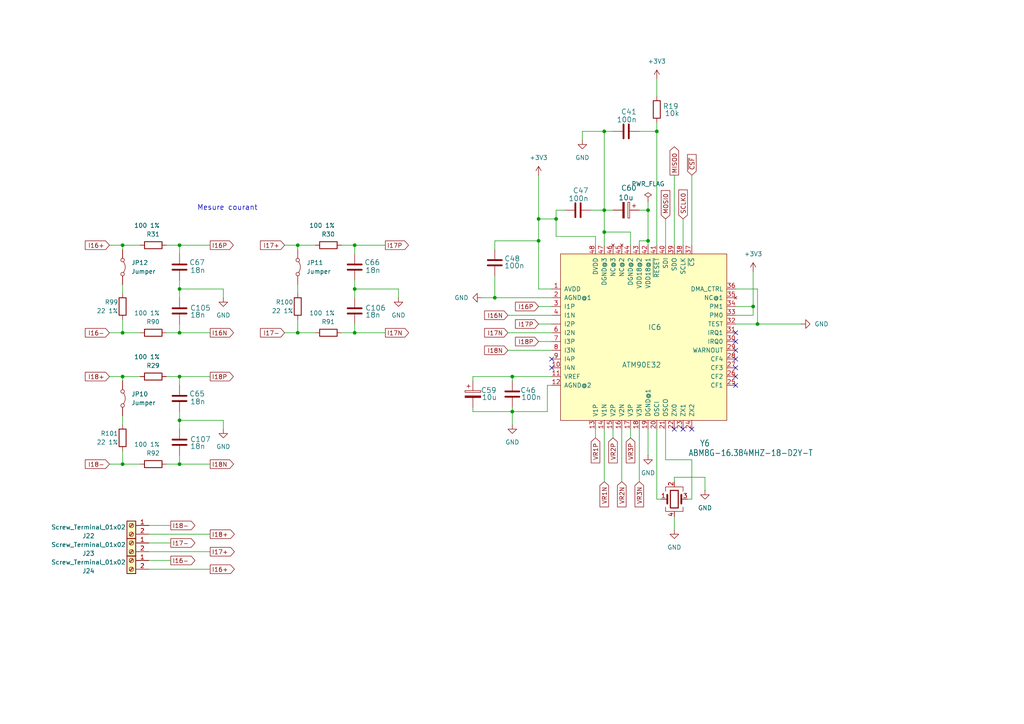
<source format=kicad_sch>
(kicad_sch
	(version 20231120)
	(generator "eeschema")
	(generator_version "8.0")
	(uuid "34ac2892-3e7a-4fde-81c2-1bc261c8cc27")
	(paper "A4")
	(lib_symbols
		(symbol "Connector:Screw_Terminal_01x02"
			(pin_names
				(offset 1.016) hide)
			(exclude_from_sim no)
			(in_bom yes)
			(on_board yes)
			(property "Reference" "J"
				(at 0 2.54 0)
				(effects
					(font
						(size 1.27 1.27)
					)
				)
			)
			(property "Value" "Screw_Terminal_01x02"
				(at 0 -5.08 0)
				(effects
					(font
						(size 1.27 1.27)
					)
				)
			)
			(property "Footprint" ""
				(at 0 0 0)
				(effects
					(font
						(size 1.27 1.27)
					)
					(hide yes)
				)
			)
			(property "Datasheet" "~"
				(at 0 0 0)
				(effects
					(font
						(size 1.27 1.27)
					)
					(hide yes)
				)
			)
			(property "Description" "Generic screw terminal, single row, 01x02, script generated (kicad-library-utils/schlib/autogen/connector/)"
				(at 0 0 0)
				(effects
					(font
						(size 1.27 1.27)
					)
					(hide yes)
				)
			)
			(property "ki_keywords" "screw terminal"
				(at 0 0 0)
				(effects
					(font
						(size 1.27 1.27)
					)
					(hide yes)
				)
			)
			(property "ki_fp_filters" "TerminalBlock*:*"
				(at 0 0 0)
				(effects
					(font
						(size 1.27 1.27)
					)
					(hide yes)
				)
			)
			(symbol "Screw_Terminal_01x02_1_1"
				(rectangle
					(start -1.27 1.27)
					(end 1.27 -3.81)
					(stroke
						(width 0.254)
						(type default)
					)
					(fill
						(type background)
					)
				)
				(circle
					(center 0 -2.54)
					(radius 0.635)
					(stroke
						(width 0.1524)
						(type default)
					)
					(fill
						(type none)
					)
				)
				(polyline
					(pts
						(xy -0.5334 -2.2098) (xy 0.3302 -3.048)
					)
					(stroke
						(width 0.1524)
						(type default)
					)
					(fill
						(type none)
					)
				)
				(polyline
					(pts
						(xy -0.5334 0.3302) (xy 0.3302 -0.508)
					)
					(stroke
						(width 0.1524)
						(type default)
					)
					(fill
						(type none)
					)
				)
				(polyline
					(pts
						(xy -0.3556 -2.032) (xy 0.508 -2.8702)
					)
					(stroke
						(width 0.1524)
						(type default)
					)
					(fill
						(type none)
					)
				)
				(polyline
					(pts
						(xy -0.3556 0.508) (xy 0.508 -0.3302)
					)
					(stroke
						(width 0.1524)
						(type default)
					)
					(fill
						(type none)
					)
				)
				(circle
					(center 0 0)
					(radius 0.635)
					(stroke
						(width 0.1524)
						(type default)
					)
					(fill
						(type none)
					)
				)
				(pin passive line
					(at -5.08 0 0)
					(length 3.81)
					(name "Pin_1"
						(effects
							(font
								(size 1.27 1.27)
							)
						)
					)
					(number "1"
						(effects
							(font
								(size 1.27 1.27)
							)
						)
					)
				)
				(pin passive line
					(at -5.08 -2.54 0)
					(length 3.81)
					(name "Pin_2"
						(effects
							(font
								(size 1.27 1.27)
							)
						)
					)
					(number "2"
						(effects
							(font
								(size 1.27 1.27)
							)
						)
					)
				)
			)
		)
		(symbol "Device:C"
			(pin_numbers hide)
			(pin_names
				(offset 0.254)
			)
			(exclude_from_sim no)
			(in_bom yes)
			(on_board yes)
			(property "Reference" "C"
				(at 0.635 2.54 0)
				(effects
					(font
						(size 1.27 1.27)
					)
					(justify left)
				)
			)
			(property "Value" "C"
				(at 0.635 -2.54 0)
				(effects
					(font
						(size 1.27 1.27)
					)
					(justify left)
				)
			)
			(property "Footprint" ""
				(at 0.9652 -3.81 0)
				(effects
					(font
						(size 1.27 1.27)
					)
					(hide yes)
				)
			)
			(property "Datasheet" "~"
				(at 0 0 0)
				(effects
					(font
						(size 1.27 1.27)
					)
					(hide yes)
				)
			)
			(property "Description" "Unpolarized capacitor"
				(at 0 0 0)
				(effects
					(font
						(size 1.27 1.27)
					)
					(hide yes)
				)
			)
			(property "ki_keywords" "cap capacitor"
				(at 0 0 0)
				(effects
					(font
						(size 1.27 1.27)
					)
					(hide yes)
				)
			)
			(property "ki_fp_filters" "C_*"
				(at 0 0 0)
				(effects
					(font
						(size 1.27 1.27)
					)
					(hide yes)
				)
			)
			(symbol "C_0_1"
				(polyline
					(pts
						(xy -2.032 -0.762) (xy 2.032 -0.762)
					)
					(stroke
						(width 0.508)
						(type default)
					)
					(fill
						(type none)
					)
				)
				(polyline
					(pts
						(xy -2.032 0.762) (xy 2.032 0.762)
					)
					(stroke
						(width 0.508)
						(type default)
					)
					(fill
						(type none)
					)
				)
			)
			(symbol "C_1_1"
				(pin passive line
					(at 0 3.81 270)
					(length 2.794)
					(name "~"
						(effects
							(font
								(size 1.27 1.27)
							)
						)
					)
					(number "1"
						(effects
							(font
								(size 1.27 1.27)
							)
						)
					)
				)
				(pin passive line
					(at 0 -3.81 90)
					(length 2.794)
					(name "~"
						(effects
							(font
								(size 1.27 1.27)
							)
						)
					)
					(number "2"
						(effects
							(font
								(size 1.27 1.27)
							)
						)
					)
				)
			)
		)
		(symbol "Device:C_Polarized"
			(pin_numbers hide)
			(pin_names
				(offset 0.254)
			)
			(exclude_from_sim no)
			(in_bom yes)
			(on_board yes)
			(property "Reference" "C"
				(at 0.635 2.54 0)
				(effects
					(font
						(size 1.27 1.27)
					)
					(justify left)
				)
			)
			(property "Value" "C_Polarized"
				(at 0.635 -2.54 0)
				(effects
					(font
						(size 1.27 1.27)
					)
					(justify left)
				)
			)
			(property "Footprint" ""
				(at 0.9652 -3.81 0)
				(effects
					(font
						(size 1.27 1.27)
					)
					(hide yes)
				)
			)
			(property "Datasheet" "~"
				(at 0 0 0)
				(effects
					(font
						(size 1.27 1.27)
					)
					(hide yes)
				)
			)
			(property "Description" "Polarized capacitor"
				(at 0 0 0)
				(effects
					(font
						(size 1.27 1.27)
					)
					(hide yes)
				)
			)
			(property "ki_keywords" "cap capacitor"
				(at 0 0 0)
				(effects
					(font
						(size 1.27 1.27)
					)
					(hide yes)
				)
			)
			(property "ki_fp_filters" "CP_*"
				(at 0 0 0)
				(effects
					(font
						(size 1.27 1.27)
					)
					(hide yes)
				)
			)
			(symbol "C_Polarized_0_1"
				(rectangle
					(start -2.286 0.508)
					(end 2.286 1.016)
					(stroke
						(width 0)
						(type default)
					)
					(fill
						(type none)
					)
				)
				(polyline
					(pts
						(xy -1.778 2.286) (xy -0.762 2.286)
					)
					(stroke
						(width 0)
						(type default)
					)
					(fill
						(type none)
					)
				)
				(polyline
					(pts
						(xy -1.27 2.794) (xy -1.27 1.778)
					)
					(stroke
						(width 0)
						(type default)
					)
					(fill
						(type none)
					)
				)
				(rectangle
					(start 2.286 -0.508)
					(end -2.286 -1.016)
					(stroke
						(width 0)
						(type default)
					)
					(fill
						(type outline)
					)
				)
			)
			(symbol "C_Polarized_1_1"
				(pin passive line
					(at 0 3.81 270)
					(length 2.794)
					(name "~"
						(effects
							(font
								(size 1.27 1.27)
							)
						)
					)
					(number "1"
						(effects
							(font
								(size 1.27 1.27)
							)
						)
					)
				)
				(pin passive line
					(at 0 -3.81 90)
					(length 2.794)
					(name "~"
						(effects
							(font
								(size 1.27 1.27)
							)
						)
					)
					(number "2"
						(effects
							(font
								(size 1.27 1.27)
							)
						)
					)
				)
			)
		)
		(symbol "Device:Crystal_GND24"
			(pin_names
				(offset 1.016) hide)
			(exclude_from_sim no)
			(in_bom yes)
			(on_board yes)
			(property "Reference" "Y"
				(at 3.175 5.08 0)
				(effects
					(font
						(size 1.27 1.27)
					)
					(justify left)
				)
			)
			(property "Value" "Crystal_GND24"
				(at 3.175 3.175 0)
				(effects
					(font
						(size 1.27 1.27)
					)
					(justify left)
				)
			)
			(property "Footprint" ""
				(at 0 0 0)
				(effects
					(font
						(size 1.27 1.27)
					)
					(hide yes)
				)
			)
			(property "Datasheet" "~"
				(at 0 0 0)
				(effects
					(font
						(size 1.27 1.27)
					)
					(hide yes)
				)
			)
			(property "Description" "Four pin crystal, GND on pins 2 and 4"
				(at 0 0 0)
				(effects
					(font
						(size 1.27 1.27)
					)
					(hide yes)
				)
			)
			(property "ki_keywords" "quartz ceramic resonator oscillator"
				(at 0 0 0)
				(effects
					(font
						(size 1.27 1.27)
					)
					(hide yes)
				)
			)
			(property "ki_fp_filters" "Crystal*"
				(at 0 0 0)
				(effects
					(font
						(size 1.27 1.27)
					)
					(hide yes)
				)
			)
			(symbol "Crystal_GND24_0_1"
				(rectangle
					(start -1.143 2.54)
					(end 1.143 -2.54)
					(stroke
						(width 0.3048)
						(type default)
					)
					(fill
						(type none)
					)
				)
				(polyline
					(pts
						(xy -2.54 0) (xy -2.032 0)
					)
					(stroke
						(width 0)
						(type default)
					)
					(fill
						(type none)
					)
				)
				(polyline
					(pts
						(xy -2.032 -1.27) (xy -2.032 1.27)
					)
					(stroke
						(width 0.508)
						(type default)
					)
					(fill
						(type none)
					)
				)
				(polyline
					(pts
						(xy 0 -3.81) (xy 0 -3.556)
					)
					(stroke
						(width 0)
						(type default)
					)
					(fill
						(type none)
					)
				)
				(polyline
					(pts
						(xy 0 3.556) (xy 0 3.81)
					)
					(stroke
						(width 0)
						(type default)
					)
					(fill
						(type none)
					)
				)
				(polyline
					(pts
						(xy 2.032 -1.27) (xy 2.032 1.27)
					)
					(stroke
						(width 0.508)
						(type default)
					)
					(fill
						(type none)
					)
				)
				(polyline
					(pts
						(xy 2.032 0) (xy 2.54 0)
					)
					(stroke
						(width 0)
						(type default)
					)
					(fill
						(type none)
					)
				)
				(polyline
					(pts
						(xy -2.54 -2.286) (xy -2.54 -3.556) (xy 2.54 -3.556) (xy 2.54 -2.286)
					)
					(stroke
						(width 0)
						(type default)
					)
					(fill
						(type none)
					)
				)
				(polyline
					(pts
						(xy -2.54 2.286) (xy -2.54 3.556) (xy 2.54 3.556) (xy 2.54 2.286)
					)
					(stroke
						(width 0)
						(type default)
					)
					(fill
						(type none)
					)
				)
			)
			(symbol "Crystal_GND24_1_1"
				(pin passive line
					(at -3.81 0 0)
					(length 1.27)
					(name "1"
						(effects
							(font
								(size 1.27 1.27)
							)
						)
					)
					(number "1"
						(effects
							(font
								(size 1.27 1.27)
							)
						)
					)
				)
				(pin passive line
					(at 0 5.08 270)
					(length 1.27)
					(name "2"
						(effects
							(font
								(size 1.27 1.27)
							)
						)
					)
					(number "2"
						(effects
							(font
								(size 1.27 1.27)
							)
						)
					)
				)
				(pin passive line
					(at 3.81 0 180)
					(length 1.27)
					(name "3"
						(effects
							(font
								(size 1.27 1.27)
							)
						)
					)
					(number "3"
						(effects
							(font
								(size 1.27 1.27)
							)
						)
					)
				)
				(pin passive line
					(at 0 -5.08 90)
					(length 1.27)
					(name "4"
						(effects
							(font
								(size 1.27 1.27)
							)
						)
					)
					(number "4"
						(effects
							(font
								(size 1.27 1.27)
							)
						)
					)
				)
			)
		)
		(symbol "Device:R"
			(pin_numbers hide)
			(pin_names
				(offset 0)
			)
			(exclude_from_sim no)
			(in_bom yes)
			(on_board yes)
			(property "Reference" "R"
				(at 2.032 0 90)
				(effects
					(font
						(size 1.27 1.27)
					)
				)
			)
			(property "Value" "R"
				(at 0 0 90)
				(effects
					(font
						(size 1.27 1.27)
					)
				)
			)
			(property "Footprint" ""
				(at -1.778 0 90)
				(effects
					(font
						(size 1.27 1.27)
					)
					(hide yes)
				)
			)
			(property "Datasheet" "~"
				(at 0 0 0)
				(effects
					(font
						(size 1.27 1.27)
					)
					(hide yes)
				)
			)
			(property "Description" "Resistor"
				(at 0 0 0)
				(effects
					(font
						(size 1.27 1.27)
					)
					(hide yes)
				)
			)
			(property "ki_keywords" "R res resistor"
				(at 0 0 0)
				(effects
					(font
						(size 1.27 1.27)
					)
					(hide yes)
				)
			)
			(property "ki_fp_filters" "R_*"
				(at 0 0 0)
				(effects
					(font
						(size 1.27 1.27)
					)
					(hide yes)
				)
			)
			(symbol "R_0_1"
				(rectangle
					(start -1.016 -2.54)
					(end 1.016 2.54)
					(stroke
						(width 0.254)
						(type default)
					)
					(fill
						(type none)
					)
				)
			)
			(symbol "R_1_1"
				(pin passive line
					(at 0 3.81 270)
					(length 1.27)
					(name "~"
						(effects
							(font
								(size 1.27 1.27)
							)
						)
					)
					(number "1"
						(effects
							(font
								(size 1.27 1.27)
							)
						)
					)
				)
				(pin passive line
					(at 0 -3.81 90)
					(length 1.27)
					(name "~"
						(effects
							(font
								(size 1.27 1.27)
							)
						)
					)
					(number "2"
						(effects
							(font
								(size 1.27 1.27)
							)
						)
					)
				)
			)
		)
		(symbol "Jumper:Jumper_2_Bridged"
			(pin_numbers hide)
			(pin_names
				(offset 0) hide)
			(exclude_from_sim yes)
			(in_bom yes)
			(on_board yes)
			(property "Reference" "JP"
				(at 0 1.905 0)
				(effects
					(font
						(size 1.27 1.27)
					)
				)
			)
			(property "Value" "Jumper_2_Bridged"
				(at 0 -2.54 0)
				(effects
					(font
						(size 1.27 1.27)
					)
				)
			)
			(property "Footprint" ""
				(at 0 0 0)
				(effects
					(font
						(size 1.27 1.27)
					)
					(hide yes)
				)
			)
			(property "Datasheet" "~"
				(at 0 0 0)
				(effects
					(font
						(size 1.27 1.27)
					)
					(hide yes)
				)
			)
			(property "Description" "Jumper, 2-pole, closed/bridged"
				(at 0 0 0)
				(effects
					(font
						(size 1.27 1.27)
					)
					(hide yes)
				)
			)
			(property "ki_keywords" "Jumper SPST"
				(at 0 0 0)
				(effects
					(font
						(size 1.27 1.27)
					)
					(hide yes)
				)
			)
			(property "ki_fp_filters" "Jumper* TestPoint*2Pads* TestPoint*Bridge*"
				(at 0 0 0)
				(effects
					(font
						(size 1.27 1.27)
					)
					(hide yes)
				)
			)
			(symbol "Jumper_2_Bridged_0_0"
				(circle
					(center -2.032 0)
					(radius 0.508)
					(stroke
						(width 0)
						(type default)
					)
					(fill
						(type none)
					)
				)
				(circle
					(center 2.032 0)
					(radius 0.508)
					(stroke
						(width 0)
						(type default)
					)
					(fill
						(type none)
					)
				)
			)
			(symbol "Jumper_2_Bridged_0_1"
				(arc
					(start 1.524 0.254)
					(mid 0 0.762)
					(end -1.524 0.254)
					(stroke
						(width 0)
						(type default)
					)
					(fill
						(type none)
					)
				)
			)
			(symbol "Jumper_2_Bridged_1_1"
				(pin passive line
					(at -5.08 0 0)
					(length 2.54)
					(name "A"
						(effects
							(font
								(size 1.27 1.27)
							)
						)
					)
					(number "1"
						(effects
							(font
								(size 1.27 1.27)
							)
						)
					)
				)
				(pin passive line
					(at 5.08 0 180)
					(length 2.54)
					(name "B"
						(effects
							(font
								(size 1.27 1.27)
							)
						)
					)
					(number "2"
						(effects
							(font
								(size 1.27 1.27)
							)
						)
					)
				)
			)
		)
		(symbol "User_Lib_IC:ATM90E36"
			(pin_names
				(offset 1.016)
			)
			(exclude_from_sim no)
			(in_bom yes)
			(on_board yes)
			(property "Reference" "IC?"
				(at 0.254 1.524 0)
				(effects
					(font
						(size 1.4986 1.4986)
					)
					(justify left bottom)
				)
			)
			(property "Value" "ATM90E36"
				(at -5.588 -5.08 0)
				(effects
					(font
						(size 1.4986 1.4986)
					)
					(justify left bottom)
				)
			)
			(property "Footprint" "Package_QFP:TQFP-48-1EP_7x7mm_P0.5mm_EP3.5x3.5mm"
				(at -0.254 -2.032 0)
				(effects
					(font
						(size 1.27 1.27)
					)
					(hide yes)
				)
			)
			(property "Datasheet" ""
				(at 0 0 0)
				(effects
					(font
						(size 1.27 1.27)
					)
					(hide yes)
				)
			)
			(property "Description" ""
				(at 0 0 0)
				(effects
					(font
						(size 1.27 1.27)
					)
					(hide yes)
				)
			)
			(property "manf#" "	ATM90E36A-AU-R"
				(at 0.254 0 0)
				(effects
					(font
						(size 1.27 1.27)
					)
					(hide yes)
				)
			)
			(symbol "ATM90E36_1_0"
				(pin power_in line
					(at -27.94 12.7 0)
					(length 2.54)
					(name "AVDD"
						(effects
							(font
								(size 1.27 1.27)
							)
						)
					)
					(number "1"
						(effects
							(font
								(size 1.27 1.27)
							)
						)
					)
				)
				(pin input line
					(at -27.94 -10.16 0)
					(length 2.54)
					(name "I4N"
						(effects
							(font
								(size 1.27 1.27)
							)
						)
					)
					(number "10"
						(effects
							(font
								(size 1.27 1.27)
							)
						)
					)
				)
				(pin bidirectional line
					(at -27.94 -12.7 0)
					(length 2.54)
					(name "VREF"
						(effects
							(font
								(size 1.27 1.27)
							)
						)
					)
					(number "11"
						(effects
							(font
								(size 1.27 1.27)
							)
						)
					)
				)
				(pin power_in line
					(at -27.94 -15.24 0)
					(length 2.54)
					(name "AGND@2"
						(effects
							(font
								(size 1.27 1.27)
							)
						)
					)
					(number "12"
						(effects
							(font
								(size 1.27 1.27)
							)
						)
					)
				)
				(pin input line
					(at -15.24 -27.94 90)
					(length 2.54)
					(name "V1P"
						(effects
							(font
								(size 1.27 1.27)
							)
						)
					)
					(number "13"
						(effects
							(font
								(size 1.27 1.27)
							)
						)
					)
				)
				(pin input line
					(at -12.7 -27.94 90)
					(length 2.54)
					(name "V1N"
						(effects
							(font
								(size 1.27 1.27)
							)
						)
					)
					(number "14"
						(effects
							(font
								(size 1.27 1.27)
							)
						)
					)
				)
				(pin input line
					(at -10.16 -27.94 90)
					(length 2.54)
					(name "V2P"
						(effects
							(font
								(size 1.27 1.27)
							)
						)
					)
					(number "15"
						(effects
							(font
								(size 1.27 1.27)
							)
						)
					)
				)
				(pin input line
					(at -7.62 -27.94 90)
					(length 2.54)
					(name "V2N"
						(effects
							(font
								(size 1.27 1.27)
							)
						)
					)
					(number "16"
						(effects
							(font
								(size 1.27 1.27)
							)
						)
					)
				)
				(pin input line
					(at -5.08 -27.94 90)
					(length 2.54)
					(name "V3P"
						(effects
							(font
								(size 1.27 1.27)
							)
						)
					)
					(number "17"
						(effects
							(font
								(size 1.27 1.27)
							)
						)
					)
				)
				(pin input line
					(at -2.54 -27.94 90)
					(length 2.54)
					(name "V3N"
						(effects
							(font
								(size 1.27 1.27)
							)
						)
					)
					(number "18"
						(effects
							(font
								(size 1.27 1.27)
							)
						)
					)
				)
				(pin power_in line
					(at 0 -27.94 90)
					(length 2.54)
					(name "DGND@1"
						(effects
							(font
								(size 1.27 1.27)
							)
						)
					)
					(number "19"
						(effects
							(font
								(size 1.27 1.27)
							)
						)
					)
				)
				(pin power_in line
					(at -27.94 10.16 0)
					(length 2.54)
					(name "AGND@1"
						(effects
							(font
								(size 1.27 1.27)
							)
						)
					)
					(number "2"
						(effects
							(font
								(size 1.27 1.27)
							)
						)
					)
				)
				(pin input line
					(at 2.54 -27.94 90)
					(length 2.54)
					(name "OSCI"
						(effects
							(font
								(size 1.27 1.27)
							)
						)
					)
					(number "20"
						(effects
							(font
								(size 1.27 1.27)
							)
						)
					)
				)
				(pin output line
					(at 5.08 -27.94 90)
					(length 2.54)
					(name "OSCO"
						(effects
							(font
								(size 1.27 1.27)
							)
						)
					)
					(number "21"
						(effects
							(font
								(size 1.27 1.27)
							)
						)
					)
				)
				(pin output line
					(at 7.62 -27.94 90)
					(length 2.54)
					(name "ZX0"
						(effects
							(font
								(size 1.27 1.27)
							)
						)
					)
					(number "22"
						(effects
							(font
								(size 1.27 1.27)
							)
						)
					)
				)
				(pin output line
					(at 10.16 -27.94 90)
					(length 2.54)
					(name "ZX1"
						(effects
							(font
								(size 1.27 1.27)
							)
						)
					)
					(number "23"
						(effects
							(font
								(size 1.27 1.27)
							)
						)
					)
				)
				(pin output line
					(at 12.7 -27.94 90)
					(length 2.54)
					(name "ZX2"
						(effects
							(font
								(size 1.27 1.27)
							)
						)
					)
					(number "24"
						(effects
							(font
								(size 1.27 1.27)
							)
						)
					)
				)
				(pin output line
					(at 25.4 -15.24 180)
					(length 2.54)
					(name "CF1"
						(effects
							(font
								(size 1.27 1.27)
							)
						)
					)
					(number "25"
						(effects
							(font
								(size 1.27 1.27)
							)
						)
					)
				)
				(pin output line
					(at 25.4 -12.7 180)
					(length 2.54)
					(name "CF2"
						(effects
							(font
								(size 1.27 1.27)
							)
						)
					)
					(number "26"
						(effects
							(font
								(size 1.27 1.27)
							)
						)
					)
				)
				(pin output line
					(at 25.4 -10.16 180)
					(length 2.54)
					(name "CF3"
						(effects
							(font
								(size 1.27 1.27)
							)
						)
					)
					(number "27"
						(effects
							(font
								(size 1.27 1.27)
							)
						)
					)
				)
				(pin output line
					(at 25.4 -7.62 180)
					(length 2.54)
					(name "CF4"
						(effects
							(font
								(size 1.27 1.27)
							)
						)
					)
					(number "28"
						(effects
							(font
								(size 1.27 1.27)
							)
						)
					)
				)
				(pin output line
					(at 25.4 -5.08 180)
					(length 2.54)
					(name "WARNOUT"
						(effects
							(font
								(size 1.27 1.27)
							)
						)
					)
					(number "29"
						(effects
							(font
								(size 1.27 1.27)
							)
						)
					)
				)
				(pin input line
					(at -27.94 7.62 0)
					(length 2.54)
					(name "I1P"
						(effects
							(font
								(size 1.27 1.27)
							)
						)
					)
					(number "3"
						(effects
							(font
								(size 1.27 1.27)
							)
						)
					)
				)
				(pin output line
					(at 25.4 -2.54 180)
					(length 2.54)
					(name "IRQ0"
						(effects
							(font
								(size 1.27 1.27)
							)
						)
					)
					(number "30"
						(effects
							(font
								(size 1.27 1.27)
							)
						)
					)
				)
				(pin output line
					(at 25.4 0 180)
					(length 2.54)
					(name "IRQ1"
						(effects
							(font
								(size 1.27 1.27)
							)
						)
					)
					(number "31"
						(effects
							(font
								(size 1.27 1.27)
							)
						)
					)
				)
				(pin power_in line
					(at 25.4 2.54 180)
					(length 2.54)
					(name "TEST"
						(effects
							(font
								(size 1.27 1.27)
							)
						)
					)
					(number "32"
						(effects
							(font
								(size 1.27 1.27)
							)
						)
					)
				)
				(pin input line
					(at 25.4 5.08 180)
					(length 2.54)
					(name "PM0"
						(effects
							(font
								(size 1.27 1.27)
							)
						)
					)
					(number "33"
						(effects
							(font
								(size 1.27 1.27)
							)
						)
					)
				)
				(pin input line
					(at 25.4 7.62 180)
					(length 2.54)
					(name "PM1"
						(effects
							(font
								(size 1.27 1.27)
							)
						)
					)
					(number "34"
						(effects
							(font
								(size 1.27 1.27)
							)
						)
					)
				)
				(pin no_connect line
					(at 25.4 10.16 180)
					(length 2.54)
					(name "NC@1"
						(effects
							(font
								(size 1.27 1.27)
							)
						)
					)
					(number "35"
						(effects
							(font
								(size 1.27 1.27)
							)
						)
					)
				)
				(pin input line
					(at 25.4 12.7 180)
					(length 2.54)
					(name "DMA_CTRL"
						(effects
							(font
								(size 1.27 1.27)
							)
						)
					)
					(number "36"
						(effects
							(font
								(size 1.27 1.27)
							)
						)
					)
				)
				(pin input line
					(at 12.7 25.4 270)
					(length 2.54)
					(name "~{CS}"
						(effects
							(font
								(size 1.27 1.27)
							)
						)
					)
					(number "37"
						(effects
							(font
								(size 1.27 1.27)
							)
						)
					)
				)
				(pin input line
					(at 10.16 25.4 270)
					(length 2.54)
					(name "SCLK"
						(effects
							(font
								(size 1.27 1.27)
							)
						)
					)
					(number "38"
						(effects
							(font
								(size 1.27 1.27)
							)
						)
					)
				)
				(pin output line
					(at 7.62 25.4 270)
					(length 2.54)
					(name "SDO"
						(effects
							(font
								(size 1.27 1.27)
							)
						)
					)
					(number "39"
						(effects
							(font
								(size 1.27 1.27)
							)
						)
					)
				)
				(pin input line
					(at -27.94 5.08 0)
					(length 2.54)
					(name "I1N"
						(effects
							(font
								(size 1.27 1.27)
							)
						)
					)
					(number "4"
						(effects
							(font
								(size 1.27 1.27)
							)
						)
					)
				)
				(pin input line
					(at 5.08 25.4 270)
					(length 2.54)
					(name "SDI"
						(effects
							(font
								(size 1.27 1.27)
							)
						)
					)
					(number "40"
						(effects
							(font
								(size 1.27 1.27)
							)
						)
					)
				)
				(pin input line
					(at 2.54 25.4 270)
					(length 2.54)
					(name "~{RESET}"
						(effects
							(font
								(size 1.27 1.27)
							)
						)
					)
					(number "41"
						(effects
							(font
								(size 1.27 1.27)
							)
						)
					)
				)
				(pin power_in line
					(at 0 25.4 270)
					(length 2.54)
					(name "VDD18@1"
						(effects
							(font
								(size 1.27 1.27)
							)
						)
					)
					(number "42"
						(effects
							(font
								(size 1.27 1.27)
							)
						)
					)
				)
				(pin power_in line
					(at -2.54 25.4 270)
					(length 2.54)
					(name "VDD18@2"
						(effects
							(font
								(size 1.27 1.27)
							)
						)
					)
					(number "43"
						(effects
							(font
								(size 1.27 1.27)
							)
						)
					)
				)
				(pin power_in line
					(at -5.08 25.4 270)
					(length 2.54)
					(name "DGND@2"
						(effects
							(font
								(size 1.27 1.27)
							)
						)
					)
					(number "44"
						(effects
							(font
								(size 1.27 1.27)
							)
						)
					)
				)
				(pin no_connect line
					(at -7.62 25.4 270)
					(length 2.54)
					(name "NC@2"
						(effects
							(font
								(size 1.27 1.27)
							)
						)
					)
					(number "45"
						(effects
							(font
								(size 1.27 1.27)
							)
						)
					)
				)
				(pin no_connect line
					(at -10.16 25.4 270)
					(length 2.54)
					(name "NC@3"
						(effects
							(font
								(size 1.27 1.27)
							)
						)
					)
					(number "46"
						(effects
							(font
								(size 1.27 1.27)
							)
						)
					)
				)
				(pin power_in line
					(at -12.7 25.4 270)
					(length 2.54)
					(name "DGND@3"
						(effects
							(font
								(size 1.27 1.27)
							)
						)
					)
					(number "47"
						(effects
							(font
								(size 1.27 1.27)
							)
						)
					)
				)
				(pin power_in line
					(at -15.24 25.4 270)
					(length 2.54)
					(name "DVDD"
						(effects
							(font
								(size 1.27 1.27)
							)
						)
					)
					(number "48"
						(effects
							(font
								(size 1.27 1.27)
							)
						)
					)
				)
				(pin input line
					(at -27.94 2.54 0)
					(length 2.54)
					(name "I2P"
						(effects
							(font
								(size 1.27 1.27)
							)
						)
					)
					(number "5"
						(effects
							(font
								(size 0 0)
							)
						)
					)
				)
				(pin input line
					(at -27.94 0 0)
					(length 2.54)
					(name "I2N"
						(effects
							(font
								(size 1.27 1.27)
							)
						)
					)
					(number "6"
						(effects
							(font
								(size 1.27 1.27)
							)
						)
					)
				)
				(pin input line
					(at -27.94 -2.54 0)
					(length 2.54)
					(name "I3P"
						(effects
							(font
								(size 1.27 1.27)
							)
						)
					)
					(number "7"
						(effects
							(font
								(size 1.27 1.27)
							)
						)
					)
				)
				(pin input line
					(at -27.94 -5.08 0)
					(length 2.54)
					(name "I3N"
						(effects
							(font
								(size 1.27 1.27)
							)
						)
					)
					(number "8"
						(effects
							(font
								(size 1.27 1.27)
							)
						)
					)
				)
				(pin input line
					(at -27.94 -7.62 0)
					(length 2.54)
					(name "I4P"
						(effects
							(font
								(size 1.27 1.27)
							)
						)
					)
					(number "9"
						(effects
							(font
								(size 1.27 1.27)
							)
						)
					)
				)
			)
			(symbol "ATM90E36_1_1"
				(text_box ""
					(at -25.4 22.86 0)
					(size 48.26 -48.26)
					(stroke
						(width 0)
						(type default)
					)
					(fill
						(type color)
						(color 255 255 194 1)
					)
					(effects
						(font
							(size 1.27 1.27)
						)
						(justify left top)
					)
				)
			)
		)
		(symbol "power:+3V3"
			(power)
			(pin_numbers hide)
			(pin_names
				(offset 0) hide)
			(exclude_from_sim no)
			(in_bom yes)
			(on_board yes)
			(property "Reference" "#PWR"
				(at 0 -3.81 0)
				(effects
					(font
						(size 1.27 1.27)
					)
					(hide yes)
				)
			)
			(property "Value" "+3V3"
				(at 0 3.556 0)
				(effects
					(font
						(size 1.27 1.27)
					)
				)
			)
			(property "Footprint" ""
				(at 0 0 0)
				(effects
					(font
						(size 1.27 1.27)
					)
					(hide yes)
				)
			)
			(property "Datasheet" ""
				(at 0 0 0)
				(effects
					(font
						(size 1.27 1.27)
					)
					(hide yes)
				)
			)
			(property "Description" "Power symbol creates a global label with name \"+3V3\""
				(at 0 0 0)
				(effects
					(font
						(size 1.27 1.27)
					)
					(hide yes)
				)
			)
			(property "ki_keywords" "global power"
				(at 0 0 0)
				(effects
					(font
						(size 1.27 1.27)
					)
					(hide yes)
				)
			)
			(symbol "+3V3_0_1"
				(polyline
					(pts
						(xy -0.762 1.27) (xy 0 2.54)
					)
					(stroke
						(width 0)
						(type default)
					)
					(fill
						(type none)
					)
				)
				(polyline
					(pts
						(xy 0 0) (xy 0 2.54)
					)
					(stroke
						(width 0)
						(type default)
					)
					(fill
						(type none)
					)
				)
				(polyline
					(pts
						(xy 0 2.54) (xy 0.762 1.27)
					)
					(stroke
						(width 0)
						(type default)
					)
					(fill
						(type none)
					)
				)
			)
			(symbol "+3V3_1_1"
				(pin power_in line
					(at 0 0 90)
					(length 0)
					(name "~"
						(effects
							(font
								(size 1.27 1.27)
							)
						)
					)
					(number "1"
						(effects
							(font
								(size 1.27 1.27)
							)
						)
					)
				)
			)
		)
		(symbol "power:GND"
			(power)
			(pin_numbers hide)
			(pin_names
				(offset 0) hide)
			(exclude_from_sim no)
			(in_bom yes)
			(on_board yes)
			(property "Reference" "#PWR"
				(at 0 -6.35 0)
				(effects
					(font
						(size 1.27 1.27)
					)
					(hide yes)
				)
			)
			(property "Value" "GND"
				(at 0 -3.81 0)
				(effects
					(font
						(size 1.27 1.27)
					)
				)
			)
			(property "Footprint" ""
				(at 0 0 0)
				(effects
					(font
						(size 1.27 1.27)
					)
					(hide yes)
				)
			)
			(property "Datasheet" ""
				(at 0 0 0)
				(effects
					(font
						(size 1.27 1.27)
					)
					(hide yes)
				)
			)
			(property "Description" "Power symbol creates a global label with name \"GND\" , ground"
				(at 0 0 0)
				(effects
					(font
						(size 1.27 1.27)
					)
					(hide yes)
				)
			)
			(property "ki_keywords" "global power"
				(at 0 0 0)
				(effects
					(font
						(size 1.27 1.27)
					)
					(hide yes)
				)
			)
			(symbol "GND_0_1"
				(polyline
					(pts
						(xy 0 0) (xy 0 -1.27) (xy 1.27 -1.27) (xy 0 -2.54) (xy -1.27 -1.27) (xy 0 -1.27)
					)
					(stroke
						(width 0)
						(type default)
					)
					(fill
						(type none)
					)
				)
			)
			(symbol "GND_1_1"
				(pin power_in line
					(at 0 0 270)
					(length 0)
					(name "~"
						(effects
							(font
								(size 1.27 1.27)
							)
						)
					)
					(number "1"
						(effects
							(font
								(size 1.27 1.27)
							)
						)
					)
				)
			)
		)
		(symbol "power:PWR_FLAG"
			(power)
			(pin_numbers hide)
			(pin_names
				(offset 0) hide)
			(exclude_from_sim no)
			(in_bom yes)
			(on_board yes)
			(property "Reference" "#FLG"
				(at 0 1.905 0)
				(effects
					(font
						(size 1.27 1.27)
					)
					(hide yes)
				)
			)
			(property "Value" "PWR_FLAG"
				(at 0 3.81 0)
				(effects
					(font
						(size 1.27 1.27)
					)
				)
			)
			(property "Footprint" ""
				(at 0 0 0)
				(effects
					(font
						(size 1.27 1.27)
					)
					(hide yes)
				)
			)
			(property "Datasheet" "~"
				(at 0 0 0)
				(effects
					(font
						(size 1.27 1.27)
					)
					(hide yes)
				)
			)
			(property "Description" "Special symbol for telling ERC where power comes from"
				(at 0 0 0)
				(effects
					(font
						(size 1.27 1.27)
					)
					(hide yes)
				)
			)
			(property "ki_keywords" "flag power"
				(at 0 0 0)
				(effects
					(font
						(size 1.27 1.27)
					)
					(hide yes)
				)
			)
			(symbol "PWR_FLAG_0_0"
				(pin power_out line
					(at 0 0 90)
					(length 0)
					(name "~"
						(effects
							(font
								(size 1.27 1.27)
							)
						)
					)
					(number "1"
						(effects
							(font
								(size 1.27 1.27)
							)
						)
					)
				)
			)
			(symbol "PWR_FLAG_0_1"
				(polyline
					(pts
						(xy 0 0) (xy 0 1.27) (xy -1.016 1.905) (xy 0 2.54) (xy 1.016 1.905) (xy 0 1.27)
					)
					(stroke
						(width 0)
						(type default)
					)
					(fill
						(type none)
					)
				)
			)
		)
	)
	(junction
		(at 86.36 71.12)
		(diameter 0)
		(color 0 0 0 0)
		(uuid "02fcb382-a3cc-42b9-b307-6b07235c42bc")
	)
	(junction
		(at 175.26 38.1)
		(diameter 0)
		(color 0 0 0 0)
		(uuid "034ad0ce-f6f8-4f63-b665-0584ad9dd248")
	)
	(junction
		(at 156.21 69.85)
		(diameter 0)
		(color 0 0 0 0)
		(uuid "1128a8ac-256d-4e45-89ce-5819204d71f0")
	)
	(junction
		(at 86.36 96.52)
		(diameter 0)
		(color 0 0 0 0)
		(uuid "159e1cfa-1564-473b-86cb-276effca15e0")
	)
	(junction
		(at 102.87 71.12)
		(diameter 0)
		(color 0 0 0 0)
		(uuid "1e40f0da-ec0b-48e5-bd86-542a6b0e140d")
	)
	(junction
		(at 102.87 83.82)
		(diameter 0)
		(color 0 0 0 0)
		(uuid "21a0d68b-b5e6-4547-9f3d-e80d70255d45")
	)
	(junction
		(at 35.56 134.62)
		(diameter 0)
		(color 0 0 0 0)
		(uuid "2aba7a48-666b-41a0-a69f-1b19537610cd")
	)
	(junction
		(at 148.59 119.38)
		(diameter 0)
		(color 0 0 0 0)
		(uuid "2adafac2-4ff3-4727-b3b7-6673701b3fc9")
	)
	(junction
		(at 175.26 60.96)
		(diameter 0)
		(color 0 0 0 0)
		(uuid "2d3ea816-bf7d-4efa-961b-e976bced4ecd")
	)
	(junction
		(at 35.56 109.22)
		(diameter 0)
		(color 0 0 0 0)
		(uuid "2f1bf3dc-c00d-4f2e-ba35-0300dca481dc")
	)
	(junction
		(at 175.26 67.31)
		(diameter 0)
		(color 0 0 0 0)
		(uuid "3569b804-cc4b-435c-b119-7cf2688db4d6")
	)
	(junction
		(at 187.96 60.96)
		(diameter 0)
		(color 0 0 0 0)
		(uuid "40dfe72d-2214-40ba-8ebc-0faed7e32bb6")
	)
	(junction
		(at 148.59 109.22)
		(diameter 0)
		(color 0 0 0 0)
		(uuid "4da89e0c-2827-4e26-9fed-147dc6428ea4")
	)
	(junction
		(at 161.29 63.5)
		(diameter 0)
		(color 0 0 0 0)
		(uuid "638199d9-a966-4535-8483-5ae8fee04efa")
	)
	(junction
		(at 218.44 88.9)
		(diameter 0)
		(color 0 0 0 0)
		(uuid "7362c44e-9a56-4cca-af24-9aee32360aa8")
	)
	(junction
		(at 143.51 86.36)
		(diameter 0)
		(color 0 0 0 0)
		(uuid "82f086b7-abd1-4c49-94cb-68138ca8601f")
	)
	(junction
		(at 35.56 71.12)
		(diameter 0)
		(color 0 0 0 0)
		(uuid "8766a6d8-aa60-455a-9cc4-3f08d6a0e129")
	)
	(junction
		(at 190.5 38.1)
		(diameter 0)
		(color 0 0 0 0)
		(uuid "8b9e02f7-6239-4f57-8e4b-73faaa8910b4")
	)
	(junction
		(at 102.87 96.52)
		(diameter 0)
		(color 0 0 0 0)
		(uuid "964c07cc-3d5f-4e84-b71e-cb95085d0905")
	)
	(junction
		(at 52.07 121.92)
		(diameter 0)
		(color 0 0 0 0)
		(uuid "9ae68187-da90-4b69-9141-3581f918db29")
	)
	(junction
		(at 35.56 96.52)
		(diameter 0)
		(color 0 0 0 0)
		(uuid "9e4fee54-2fb9-443a-85f0-a4da559eb692")
	)
	(junction
		(at 52.07 71.12)
		(diameter 0)
		(color 0 0 0 0)
		(uuid "aa252e28-5431-4cbe-8861-eea65b7b25ca")
	)
	(junction
		(at 187.96 69.85)
		(diameter 0)
		(color 0 0 0 0)
		(uuid "af04ae68-3e62-49ac-89b0-6f6cb6cbd733")
	)
	(junction
		(at 52.07 134.62)
		(diameter 0)
		(color 0 0 0 0)
		(uuid "c7e02ffe-638b-4ed0-96ac-8b07bdda4458")
	)
	(junction
		(at 52.07 96.52)
		(diameter 0)
		(color 0 0 0 0)
		(uuid "d9998b01-8077-4eed-a72e-2bc3d79084c8")
	)
	(junction
		(at 219.71 93.98)
		(diameter 0)
		(color 0 0 0 0)
		(uuid "f069443f-f6c9-478e-97ec-1122634c363c")
	)
	(junction
		(at 52.07 83.82)
		(diameter 0)
		(color 0 0 0 0)
		(uuid "f10a704b-f8e8-42f3-bc00-04f213ff31bd")
	)
	(junction
		(at 156.21 63.5)
		(diameter 0)
		(color 0 0 0 0)
		(uuid "f65e08d4-3813-44d6-9414-52f44c92a506")
	)
	(junction
		(at 52.07 109.22)
		(diameter 0)
		(color 0 0 0 0)
		(uuid "f90abf13-8033-47c9-8d68-675bbcf6fa7c")
	)
	(no_connect
		(at 160.02 104.14)
		(uuid "1b42ba00-c101-4fae-9086-0efd0671d6b2")
	)
	(no_connect
		(at 200.66 124.46)
		(uuid "220d5b4f-d94f-4790-88b4-88e7600c57d3")
	)
	(no_connect
		(at 213.36 104.14)
		(uuid "28b52a93-d4f2-4ca0-bbb6-85038d25a770")
	)
	(no_connect
		(at 213.36 111.76)
		(uuid "3a3a5cb0-2160-41e5-ba2f-9570ed448899")
	)
	(no_connect
		(at 213.36 101.6)
		(uuid "703f23c2-1d7b-4443-9ed8-9c4635f319b0")
	)
	(no_connect
		(at 198.12 124.46)
		(uuid "95c4bd80-fa21-4ec5-a55c-b927c413cf35")
	)
	(no_connect
		(at 213.36 99.06)
		(uuid "999569f2-ea85-4519-9b37-2dbef2d8feae")
	)
	(no_connect
		(at 213.36 96.52)
		(uuid "9aa237a8-ae80-498f-8f67-586a44d85d56")
	)
	(no_connect
		(at 213.36 106.68)
		(uuid "a3dfa613-814f-4e2c-b54f-af94de5addce")
	)
	(no_connect
		(at 213.36 109.22)
		(uuid "a7a60c07-db50-49b8-9343-cfa02af8140e")
	)
	(no_connect
		(at 160.02 106.68)
		(uuid "c46b884b-e4d5-4eee-8ba1-1f909e0d4fef")
	)
	(no_connect
		(at 195.58 124.46)
		(uuid "c9bed8c1-be63-4ffd-8a95-139d51bcab8f")
	)
	(wire
		(pts
			(xy 31.75 71.12) (xy 35.56 71.12)
		)
		(stroke
			(width 0)
			(type default)
		)
		(uuid "03cd02de-8a9e-4eae-8500-9b9ab730750f")
	)
	(wire
		(pts
			(xy 185.42 139.7) (xy 185.42 124.46)
		)
		(stroke
			(width 0)
			(type default)
		)
		(uuid "05d22045-e10b-4aa8-bbea-13dcfa9e5ab1")
	)
	(wire
		(pts
			(xy 195.58 71.12) (xy 195.58 50.8)
		)
		(stroke
			(width 0)
			(type default)
		)
		(uuid "0694257f-5d32-4fe5-b7bb-9642d712f137")
	)
	(wire
		(pts
			(xy 156.21 99.06) (xy 160.02 99.06)
		)
		(stroke
			(width 0)
			(type default)
		)
		(uuid "08b9197d-e9c0-4d41-b2d3-777bb2085b9e")
	)
	(wire
		(pts
			(xy 156.21 69.85) (xy 156.21 83.82)
		)
		(stroke
			(width 0)
			(type default)
		)
		(uuid "08f6ec19-2486-4e6e-9af4-cca38da2d937")
	)
	(wire
		(pts
			(xy 102.87 71.12) (xy 111.76 71.12)
		)
		(stroke
			(width 0)
			(type default)
		)
		(uuid "09038669-6159-4f7e-b056-fcceae75b11e")
	)
	(wire
		(pts
			(xy 102.87 96.52) (xy 111.76 96.52)
		)
		(stroke
			(width 0)
			(type default)
		)
		(uuid "0c780b8c-8103-4c68-abbb-a34abd9242a5")
	)
	(wire
		(pts
			(xy 158.75 119.38) (xy 158.75 111.76)
		)
		(stroke
			(width 0)
			(type default)
		)
		(uuid "126ea0ab-e951-4da3-8aff-c093427754fa")
	)
	(wire
		(pts
			(xy 175.26 67.31) (xy 182.88 67.31)
		)
		(stroke
			(width 0)
			(type default)
		)
		(uuid "135ab7bb-8a04-49f0-85d1-39eb09ae0629")
	)
	(wire
		(pts
			(xy 52.07 83.82) (xy 52.07 86.36)
		)
		(stroke
			(width 0)
			(type default)
		)
		(uuid "1405b56e-5e6d-4b42-9012-cbbdc877c33e")
	)
	(wire
		(pts
			(xy 190.5 38.1) (xy 185.42 38.1)
		)
		(stroke
			(width 0)
			(type default)
		)
		(uuid "14f7a180-ca76-4cb6-bdba-15468e2f1a35")
	)
	(wire
		(pts
			(xy 43.18 160.02) (xy 60.96 160.02)
		)
		(stroke
			(width 0)
			(type default)
		)
		(uuid "1553b609-99d0-4cea-8c69-d59978a55ef0")
	)
	(wire
		(pts
			(xy 182.88 67.31) (xy 182.88 71.12)
		)
		(stroke
			(width 0)
			(type default)
		)
		(uuid "190d7066-1932-4388-a905-20c717503ee7")
	)
	(wire
		(pts
			(xy 143.51 86.36) (xy 160.02 86.36)
		)
		(stroke
			(width 0)
			(type default)
		)
		(uuid "196d4558-c077-45cd-8865-10a55286810e")
	)
	(wire
		(pts
			(xy 86.36 92.71) (xy 86.36 96.52)
		)
		(stroke
			(width 0)
			(type default)
		)
		(uuid "1bf46d6f-d359-4981-b5d1-bb7f0a511648")
	)
	(wire
		(pts
			(xy 175.26 38.1) (xy 177.8 38.1)
		)
		(stroke
			(width 0)
			(type default)
		)
		(uuid "1caec56a-c636-465e-bf3b-5c520830294a")
	)
	(wire
		(pts
			(xy 185.42 60.96) (xy 187.96 60.96)
		)
		(stroke
			(width 0)
			(type default)
		)
		(uuid "1d6237f4-8372-4880-958e-0d1073a837e0")
	)
	(wire
		(pts
			(xy 187.96 60.96) (xy 187.96 69.85)
		)
		(stroke
			(width 0)
			(type default)
		)
		(uuid "1e1fccb1-2438-4e7d-a120-ff7b0792b3be")
	)
	(wire
		(pts
			(xy 158.75 111.76) (xy 160.02 111.76)
		)
		(stroke
			(width 0)
			(type default)
		)
		(uuid "1e3027dc-7a1a-4a16-a81a-5006d2cb379e")
	)
	(wire
		(pts
			(xy 52.07 71.12) (xy 60.96 71.12)
		)
		(stroke
			(width 0)
			(type default)
		)
		(uuid "1fa1ac33-19eb-4374-b6ee-ac0c9b849e03")
	)
	(wire
		(pts
			(xy 218.44 91.44) (xy 213.36 91.44)
		)
		(stroke
			(width 0)
			(type default)
		)
		(uuid "203475c5-8c06-4d5b-9986-9992d704c933")
	)
	(wire
		(pts
			(xy 190.5 22.86) (xy 190.5 27.94)
		)
		(stroke
			(width 0)
			(type default)
		)
		(uuid "20c07825-dcfa-403b-9512-c965fd483caf")
	)
	(wire
		(pts
			(xy 193.04 71.12) (xy 193.04 63.5)
		)
		(stroke
			(width 0)
			(type default)
		)
		(uuid "24fc7ed1-a6ab-441f-a7f4-f3ff222fb859")
	)
	(wire
		(pts
			(xy 43.18 152.4) (xy 49.53 152.4)
		)
		(stroke
			(width 0)
			(type default)
		)
		(uuid "25943685-3611-483a-b7d0-976cf2e631a1")
	)
	(wire
		(pts
			(xy 156.21 50.8) (xy 156.21 63.5)
		)
		(stroke
			(width 0)
			(type default)
		)
		(uuid "26d784e5-6e17-46b6-a8a4-0ada6e0efbfc")
	)
	(wire
		(pts
			(xy 182.88 124.46) (xy 182.88 127)
		)
		(stroke
			(width 0)
			(type default)
		)
		(uuid "2b325f45-c1a0-431f-a19f-4c440eee8bf3")
	)
	(wire
		(pts
			(xy 219.71 93.98) (xy 232.41 93.98)
		)
		(stroke
			(width 0)
			(type default)
		)
		(uuid "2e9fff8c-2350-44fd-9cff-3b7966786d7c")
	)
	(wire
		(pts
			(xy 213.36 93.98) (xy 219.71 93.98)
		)
		(stroke
			(width 0)
			(type default)
		)
		(uuid "3074916d-df03-479b-8054-97b654c82cb4")
	)
	(wire
		(pts
			(xy 161.29 60.96) (xy 161.29 63.5)
		)
		(stroke
			(width 0)
			(type default)
		)
		(uuid "3092aa32-38da-4679-b657-78a7ea103039")
	)
	(wire
		(pts
			(xy 148.59 109.22) (xy 148.59 110.49)
		)
		(stroke
			(width 0)
			(type default)
		)
		(uuid "32b59ac2-f253-4246-bc80-e1deb7fcafc4")
	)
	(wire
		(pts
			(xy 148.59 109.22) (xy 137.16 109.22)
		)
		(stroke
			(width 0)
			(type default)
		)
		(uuid "32c2786a-81d4-440e-b727-2047ec1a211b")
	)
	(wire
		(pts
			(xy 35.56 92.71) (xy 35.56 96.52)
		)
		(stroke
			(width 0)
			(type default)
		)
		(uuid "38937ec8-c85e-4abb-b784-0545d2a2f6a3")
	)
	(wire
		(pts
			(xy 64.77 121.92) (xy 64.77 124.46)
		)
		(stroke
			(width 0)
			(type default)
		)
		(uuid "397cbf32-9e99-42d3-b166-33156af52a29")
	)
	(wire
		(pts
			(xy 35.56 96.52) (xy 31.75 96.52)
		)
		(stroke
			(width 0)
			(type default)
		)
		(uuid "3d2b62c5-7c71-4458-a55d-e407f6aa4b66")
	)
	(wire
		(pts
			(xy 52.07 109.22) (xy 60.96 109.22)
		)
		(stroke
			(width 0)
			(type default)
		)
		(uuid "3ebfd775-21de-4f46-b9a8-e8b206ddc4a0")
	)
	(wire
		(pts
			(xy 143.51 80.01) (xy 143.51 86.36)
		)
		(stroke
			(width 0)
			(type default)
		)
		(uuid "40c77a05-320f-4522-bf3d-d3b1635d81c3")
	)
	(wire
		(pts
			(xy 48.26 96.52) (xy 52.07 96.52)
		)
		(stroke
			(width 0)
			(type default)
		)
		(uuid "4347fbf2-2177-4a08-be51-da50c6ae8651")
	)
	(wire
		(pts
			(xy 204.47 138.43) (xy 195.58 138.43)
		)
		(stroke
			(width 0)
			(type default)
		)
		(uuid "45229902-5907-46df-820e-fdf428f51c8c")
	)
	(wire
		(pts
			(xy 52.07 119.38) (xy 52.07 121.92)
		)
		(stroke
			(width 0)
			(type default)
		)
		(uuid "485c4043-6e35-4f98-8341-54523849c32d")
	)
	(wire
		(pts
			(xy 187.96 124.46) (xy 187.96 132.08)
		)
		(stroke
			(width 0)
			(type default)
		)
		(uuid "49838672-1b71-4689-9b4b-4f5e440ca014")
	)
	(wire
		(pts
			(xy 190.5 124.46) (xy 190.5 144.78)
		)
		(stroke
			(width 0)
			(type default)
		)
		(uuid "4a8d5608-99c5-4b5b-bfd9-59cfc2b2df9b")
	)
	(wire
		(pts
			(xy 143.51 69.85) (xy 156.21 69.85)
		)
		(stroke
			(width 0)
			(type default)
		)
		(uuid "4d3cce45-96a8-45cc-9053-86341ce87dd8")
	)
	(wire
		(pts
			(xy 200.66 71.12) (xy 200.66 50.8)
		)
		(stroke
			(width 0)
			(type default)
		)
		(uuid "4fccef18-2091-45df-8b77-23f0c1e73c8b")
	)
	(wire
		(pts
			(xy 35.56 134.62) (xy 40.64 134.62)
		)
		(stroke
			(width 0)
			(type default)
		)
		(uuid "50403bd7-b9d1-4c5f-a68c-4027dcc0605a")
	)
	(wire
		(pts
			(xy 148.59 119.38) (xy 158.75 119.38)
		)
		(stroke
			(width 0)
			(type default)
		)
		(uuid "509d60a6-86d1-484c-963f-9cd6923c55f3")
	)
	(wire
		(pts
			(xy 35.56 134.62) (xy 31.75 134.62)
		)
		(stroke
			(width 0)
			(type default)
		)
		(uuid "5473d543-4951-463e-81dd-aa420d2e5ec8")
	)
	(wire
		(pts
			(xy 195.58 138.43) (xy 195.58 139.7)
		)
		(stroke
			(width 0)
			(type default)
		)
		(uuid "5c9be162-e2f8-407b-8ffa-70749c8d8f18")
	)
	(wire
		(pts
			(xy 213.36 83.82) (xy 219.71 83.82)
		)
		(stroke
			(width 0)
			(type default)
		)
		(uuid "5cf849f8-e475-4ff4-92a2-dc4e424928b0")
	)
	(wire
		(pts
			(xy 199.39 144.78) (xy 200.66 144.78)
		)
		(stroke
			(width 0)
			(type default)
		)
		(uuid "5fb8441a-1d42-4dbe-a684-29551a3ba439")
	)
	(wire
		(pts
			(xy 35.56 109.22) (xy 35.56 110.49)
		)
		(stroke
			(width 0)
			(type default)
		)
		(uuid "6262e7af-0f2e-4e67-88c5-e9a99a839660")
	)
	(wire
		(pts
			(xy 35.56 71.12) (xy 35.56 72.39)
		)
		(stroke
			(width 0)
			(type default)
		)
		(uuid "649bdf70-5eb4-474f-a061-93ed3a5b2cb9")
	)
	(wire
		(pts
			(xy 35.56 109.22) (xy 40.64 109.22)
		)
		(stroke
			(width 0)
			(type default)
		)
		(uuid "665bc950-7680-4d31-85c5-42c30948b52c")
	)
	(wire
		(pts
			(xy 86.36 82.55) (xy 86.36 85.09)
		)
		(stroke
			(width 0)
			(type default)
		)
		(uuid "67c138e4-394f-4ead-abb4-bb8adcc1676a")
	)
	(wire
		(pts
			(xy 82.55 71.12) (xy 86.36 71.12)
		)
		(stroke
			(width 0)
			(type default)
		)
		(uuid "68b34dfb-f5c7-4aa8-8d8b-affb67830bd1")
	)
	(wire
		(pts
			(xy 218.44 78.74) (xy 218.44 88.9)
		)
		(stroke
			(width 0)
			(type default)
		)
		(uuid "696c58ba-44bd-4936-9c7d-ccd76cd38ef7")
	)
	(wire
		(pts
			(xy 218.44 88.9) (xy 218.44 91.44)
		)
		(stroke
			(width 0)
			(type default)
		)
		(uuid "6983971f-6cd1-4f4c-8e04-bdc6174c819a")
	)
	(wire
		(pts
			(xy 190.5 35.56) (xy 190.5 38.1)
		)
		(stroke
			(width 0)
			(type default)
		)
		(uuid "6cf23d83-1cd0-46a7-b605-ec4ea98b4636")
	)
	(wire
		(pts
			(xy 52.07 81.28) (xy 52.07 83.82)
		)
		(stroke
			(width 0)
			(type default)
		)
		(uuid "6e04f0f1-3b7c-42ac-8c45-c581f3da5798")
	)
	(wire
		(pts
			(xy 148.59 119.38) (xy 148.59 123.19)
		)
		(stroke
			(width 0)
			(type default)
		)
		(uuid "6efed036-e010-4bfa-aa91-bbb9a645fa02")
	)
	(wire
		(pts
			(xy 195.58 149.86) (xy 195.58 153.67)
		)
		(stroke
			(width 0)
			(type default)
		)
		(uuid "74536613-e64d-456c-b5bd-071be0469c60")
	)
	(wire
		(pts
			(xy 156.21 88.9) (xy 160.02 88.9)
		)
		(stroke
			(width 0)
			(type default)
		)
		(uuid "7a1782b8-9777-4637-8154-6a6a32e8a8e1")
	)
	(wire
		(pts
			(xy 213.36 88.9) (xy 218.44 88.9)
		)
		(stroke
			(width 0)
			(type default)
		)
		(uuid "7afc5f97-d32f-4e70-871a-eecb9ca816b5")
	)
	(wire
		(pts
			(xy 31.75 109.22) (xy 35.56 109.22)
		)
		(stroke
			(width 0)
			(type default)
		)
		(uuid "7e55d997-75bf-4615-b42e-a1add4a3fb2f")
	)
	(wire
		(pts
			(xy 102.87 81.28) (xy 102.87 83.82)
		)
		(stroke
			(width 0)
			(type default)
		)
		(uuid "7eb0c26b-64a1-4e96-8504-c83ece0dcd80")
	)
	(wire
		(pts
			(xy 148.59 109.22) (xy 160.02 109.22)
		)
		(stroke
			(width 0)
			(type default)
		)
		(uuid "7f4537d1-0923-4f4c-a7b4-45753381f490")
	)
	(wire
		(pts
			(xy 48.26 109.22) (xy 52.07 109.22)
		)
		(stroke
			(width 0)
			(type default)
		)
		(uuid "81f94cb0-9ada-40ee-a324-4c31f7d5bfb6")
	)
	(wire
		(pts
			(xy 102.87 83.82) (xy 115.57 83.82)
		)
		(stroke
			(width 0)
			(type default)
		)
		(uuid "82044c72-c6dd-4ae3-b5be-267acfeb8658")
	)
	(wire
		(pts
			(xy 200.66 144.78) (xy 200.66 133.35)
		)
		(stroke
			(width 0)
			(type default)
		)
		(uuid "848a6900-6945-4009-878c-650471b93ec2")
	)
	(wire
		(pts
			(xy 137.16 119.38) (xy 148.59 119.38)
		)
		(stroke
			(width 0)
			(type default)
		)
		(uuid "8671fbac-6f8c-4b5d-b197-2869dc1eec04")
	)
	(wire
		(pts
			(xy 102.87 71.12) (xy 102.87 73.66)
		)
		(stroke
			(width 0)
			(type default)
		)
		(uuid "89f14c56-e6fe-40ee-8a5d-719ed7b6f14f")
	)
	(wire
		(pts
			(xy 115.57 83.82) (xy 115.57 86.36)
		)
		(stroke
			(width 0)
			(type default)
		)
		(uuid "8e939900-18c5-47f8-a0b8-46652033c213")
	)
	(wire
		(pts
			(xy 193.04 124.46) (xy 193.04 133.35)
		)
		(stroke
			(width 0)
			(type default)
		)
		(uuid "92aac3d7-bd32-4e24-8985-a549d73deca7")
	)
	(wire
		(pts
			(xy 185.42 69.85) (xy 187.96 69.85)
		)
		(stroke
			(width 0)
			(type default)
		)
		(uuid "9685405d-f0ad-44c4-b04a-edfe621a9baa")
	)
	(wire
		(pts
			(xy 35.56 71.12) (xy 40.64 71.12)
		)
		(stroke
			(width 0)
			(type default)
		)
		(uuid "977e1ed7-3520-4b1b-92bc-dbeb8e59836f")
	)
	(wire
		(pts
			(xy 161.29 63.5) (xy 161.29 68.58)
		)
		(stroke
			(width 0)
			(type default)
		)
		(uuid "9e4b8c73-645b-43b7-8af7-9e70ff09239e")
	)
	(wire
		(pts
			(xy 180.34 139.7) (xy 180.34 124.46)
		)
		(stroke
			(width 0)
			(type default)
		)
		(uuid "9fbfc43b-3ad5-4994-a0aa-7081d6e9930b")
	)
	(wire
		(pts
			(xy 86.36 71.12) (xy 91.44 71.12)
		)
		(stroke
			(width 0)
			(type default)
		)
		(uuid "9fdf75b5-b4e3-4b96-bdd6-3732c56edca0")
	)
	(wire
		(pts
			(xy 204.47 142.24) (xy 204.47 138.43)
		)
		(stroke
			(width 0)
			(type default)
		)
		(uuid "a14f3a6b-3085-479f-9aa6-5a20191d0527")
	)
	(wire
		(pts
			(xy 86.36 71.12) (xy 86.36 72.39)
		)
		(stroke
			(width 0)
			(type default)
		)
		(uuid "a21e7360-40ac-4ac7-b878-37f196c79807")
	)
	(wire
		(pts
			(xy 43.18 154.94) (xy 60.96 154.94)
		)
		(stroke
			(width 0)
			(type default)
		)
		(uuid "a352b798-fda7-4426-a373-4706dfbdcc7e")
	)
	(wire
		(pts
			(xy 198.12 71.12) (xy 198.12 63.5)
		)
		(stroke
			(width 0)
			(type default)
		)
		(uuid "a6a6fc1e-6077-41dc-9c92-25e9d8fd474d")
	)
	(wire
		(pts
			(xy 148.59 118.11) (xy 148.59 119.38)
		)
		(stroke
			(width 0)
			(type default)
		)
		(uuid "aa2cd100-add5-4344-96d6-9a6c17bbb365")
	)
	(wire
		(pts
			(xy 48.26 71.12) (xy 52.07 71.12)
		)
		(stroke
			(width 0)
			(type default)
		)
		(uuid "ab0890bd-6e09-4282-b963-de2cc992d82d")
	)
	(wire
		(pts
			(xy 147.32 101.6) (xy 160.02 101.6)
		)
		(stroke
			(width 0)
			(type default)
		)
		(uuid "ae4159ef-59fb-425f-a4e9-fa250ede303b")
	)
	(wire
		(pts
			(xy 52.07 71.12) (xy 52.07 73.66)
		)
		(stroke
			(width 0)
			(type default)
		)
		(uuid "ae5f25d4-9c8e-4cb0-864d-e84453c58f9a")
	)
	(wire
		(pts
			(xy 161.29 68.58) (xy 172.72 68.58)
		)
		(stroke
			(width 0)
			(type default)
		)
		(uuid "af12660b-e7a3-453f-9b1d-56717c7ab3e5")
	)
	(wire
		(pts
			(xy 175.26 124.46) (xy 175.26 139.7)
		)
		(stroke
			(width 0)
			(type default)
		)
		(uuid "b03668a3-48c8-4588-bd6b-052dacf93419")
	)
	(wire
		(pts
			(xy 185.42 69.85) (xy 185.42 71.12)
		)
		(stroke
			(width 0)
			(type default)
		)
		(uuid "b08d6509-1a90-4338-918b-e3b37df3a769")
	)
	(wire
		(pts
			(xy 200.66 133.35) (xy 193.04 133.35)
		)
		(stroke
			(width 0)
			(type default)
		)
		(uuid "b3f65439-6b50-4eb6-b666-1d441bb42320")
	)
	(wire
		(pts
			(xy 48.26 134.62) (xy 52.07 134.62)
		)
		(stroke
			(width 0)
			(type default)
		)
		(uuid "b775b0d9-83f5-47eb-b218-399d5946f2e9")
	)
	(wire
		(pts
			(xy 156.21 63.5) (xy 156.21 69.85)
		)
		(stroke
			(width 0)
			(type default)
		)
		(uuid "b862d07d-fdf7-40a7-8105-a1b91d5e70b8")
	)
	(wire
		(pts
			(xy 175.26 38.1) (xy 175.26 60.96)
		)
		(stroke
			(width 0)
			(type default)
		)
		(uuid "b8e18df2-6f2a-4ee9-8bf3-e0f8ceb5e698")
	)
	(wire
		(pts
			(xy 175.26 60.96) (xy 175.26 67.31)
		)
		(stroke
			(width 0)
			(type default)
		)
		(uuid "ba0ad845-cd57-4be1-b5ee-d234db475424")
	)
	(wire
		(pts
			(xy 219.71 83.82) (xy 219.71 93.98)
		)
		(stroke
			(width 0)
			(type default)
		)
		(uuid "bf43944c-d558-49a5-b5e0-b8b665896ae1")
	)
	(wire
		(pts
			(xy 190.5 144.78) (xy 191.77 144.78)
		)
		(stroke
			(width 0)
			(type default)
		)
		(uuid "c1a4614f-71a0-44ca-b7a3-c01cf861acec")
	)
	(wire
		(pts
			(xy 52.07 109.22) (xy 52.07 111.76)
		)
		(stroke
			(width 0)
			(type default)
		)
		(uuid "c28ddcf8-6af3-4462-918e-bd55c962c166")
	)
	(wire
		(pts
			(xy 35.56 82.55) (xy 35.56 85.09)
		)
		(stroke
			(width 0)
			(type default)
		)
		(uuid "c32ae4ad-ce70-4c14-bf90-689f0a9d794a")
	)
	(wire
		(pts
			(xy 35.56 130.81) (xy 35.56 134.62)
		)
		(stroke
			(width 0)
			(type default)
		)
		(uuid "c40d4b99-fb3e-414f-85cf-ba44891b82e1")
	)
	(wire
		(pts
			(xy 52.07 93.98) (xy 52.07 96.52)
		)
		(stroke
			(width 0)
			(type default)
		)
		(uuid "c6045f47-5bcd-4cf4-9b97-ca5aa24e7008")
	)
	(wire
		(pts
			(xy 99.06 71.12) (xy 102.87 71.12)
		)
		(stroke
			(width 0)
			(type default)
		)
		(uuid "c882015b-d17c-48e1-b131-e4a58622223c")
	)
	(wire
		(pts
			(xy 86.36 96.52) (xy 91.44 96.52)
		)
		(stroke
			(width 0)
			(type default)
		)
		(uuid "c8dddc09-2949-482e-b295-7a7642fa9f76")
	)
	(wire
		(pts
			(xy 190.5 71.12) (xy 190.5 38.1)
		)
		(stroke
			(width 0)
			(type default)
		)
		(uuid "c9432ff4-a060-4299-b81c-7c1df1ddc083")
	)
	(wire
		(pts
			(xy 52.07 121.92) (xy 64.77 121.92)
		)
		(stroke
			(width 0)
			(type default)
		)
		(uuid "c9cff625-e01c-40b4-a916-baa6350fd209")
	)
	(wire
		(pts
			(xy 52.07 83.82) (xy 64.77 83.82)
		)
		(stroke
			(width 0)
			(type default)
		)
		(uuid "cddd0ce6-d5f2-4cea-9633-6cc57102f231")
	)
	(wire
		(pts
			(xy 156.21 63.5) (xy 161.29 63.5)
		)
		(stroke
			(width 0)
			(type default)
		)
		(uuid "d2a41dcc-cd0b-41cd-b234-0e474c3e4f41")
	)
	(wire
		(pts
			(xy 147.32 91.44) (xy 160.02 91.44)
		)
		(stroke
			(width 0)
			(type default)
		)
		(uuid "d3c6b6c1-2956-4e58-a33c-92ddb8d4e51f")
	)
	(wire
		(pts
			(xy 187.96 58.42) (xy 187.96 60.96)
		)
		(stroke
			(width 0)
			(type default)
		)
		(uuid "d3f41149-93d4-40e9-b551-76f1bcdfed16")
	)
	(wire
		(pts
			(xy 52.07 121.92) (xy 52.07 124.46)
		)
		(stroke
			(width 0)
			(type default)
		)
		(uuid "d66636c8-4dd1-40ea-94aa-449d43a3959e")
	)
	(wire
		(pts
			(xy 64.77 83.82) (xy 64.77 86.36)
		)
		(stroke
			(width 0)
			(type default)
		)
		(uuid "d699b6d5-ffd6-4b2a-b274-e29c31c6ed44")
	)
	(wire
		(pts
			(xy 139.7 86.36) (xy 143.51 86.36)
		)
		(stroke
			(width 0)
			(type default)
		)
		(uuid "d6e32398-9942-4a0c-b5b3-923b1dc33b37")
	)
	(wire
		(pts
			(xy 177.8 124.46) (xy 177.8 127)
		)
		(stroke
			(width 0)
			(type default)
		)
		(uuid "d776939a-1a3d-4f02-91fe-f2f3c0a039fe")
	)
	(wire
		(pts
			(xy 175.26 71.12) (xy 175.26 67.31)
		)
		(stroke
			(width 0)
			(type default)
		)
		(uuid "da5d6ebb-6a74-48c1-85d2-e5017c7038af")
	)
	(wire
		(pts
			(xy 52.07 134.62) (xy 60.96 134.62)
		)
		(stroke
			(width 0)
			(type default)
		)
		(uuid "daa4ca5a-9397-465d-a0ce-b0e8b2fdcc0a")
	)
	(wire
		(pts
			(xy 35.56 120.65) (xy 35.56 123.19)
		)
		(stroke
			(width 0)
			(type default)
		)
		(uuid "db1b1d2a-efed-43b2-a94f-6663262fb4f5")
	)
	(wire
		(pts
			(xy 86.36 96.52) (xy 82.55 96.52)
		)
		(stroke
			(width 0)
			(type default)
		)
		(uuid "dc5bfe38-523c-46cc-9c97-6f1756a625d9")
	)
	(wire
		(pts
			(xy 137.16 109.22) (xy 137.16 110.49)
		)
		(stroke
			(width 0)
			(type default)
		)
		(uuid "de6e5aaa-5dea-4968-bb78-074135a026a1")
	)
	(wire
		(pts
			(xy 102.87 93.98) (xy 102.87 96.52)
		)
		(stroke
			(width 0)
			(type default)
		)
		(uuid "de7f1df2-3c16-48d4-9f79-e4d77165bc09")
	)
	(wire
		(pts
			(xy 143.51 69.85) (xy 143.51 72.39)
		)
		(stroke
			(width 0)
			(type default)
		)
		(uuid "e1ac45cb-b4aa-4e22-bd99-1d3b49c25b27")
	)
	(wire
		(pts
			(xy 171.45 60.96) (xy 175.26 60.96)
		)
		(stroke
			(width 0)
			(type default)
		)
		(uuid "e1cebbe7-93a2-4213-b01a-40fbaa3fd4ae")
	)
	(wire
		(pts
			(xy 52.07 96.52) (xy 60.96 96.52)
		)
		(stroke
			(width 0)
			(type default)
		)
		(uuid "e1f64427-129b-4ce3-9341-bd447c72f5be")
	)
	(wire
		(pts
			(xy 156.21 83.82) (xy 160.02 83.82)
		)
		(stroke
			(width 0)
			(type default)
		)
		(uuid "e53c2389-de62-4137-b6ac-a1d64a11a893")
	)
	(wire
		(pts
			(xy 137.16 118.11) (xy 137.16 119.38)
		)
		(stroke
			(width 0)
			(type default)
		)
		(uuid "e5b4a935-abcb-4ffb-a24f-c041597aeda6")
	)
	(wire
		(pts
			(xy 102.87 83.82) (xy 102.87 86.36)
		)
		(stroke
			(width 0)
			(type default)
		)
		(uuid "e5cceec6-e621-42cc-b9bf-6c1c56d99a6c")
	)
	(wire
		(pts
			(xy 156.21 93.98) (xy 160.02 93.98)
		)
		(stroke
			(width 0)
			(type default)
		)
		(uuid "ec5a2292-9565-44bf-80ba-c3a51d529b2d")
	)
	(wire
		(pts
			(xy 187.96 69.85) (xy 187.96 71.12)
		)
		(stroke
			(width 0)
			(type default)
		)
		(uuid "edf6bcd0-d108-445c-a83e-07f48484411d")
	)
	(wire
		(pts
			(xy 52.07 132.08) (xy 52.07 134.62)
		)
		(stroke
			(width 0)
			(type default)
		)
		(uuid "f13f9ae9-5a92-44f4-bf64-7eaef677ad85")
	)
	(wire
		(pts
			(xy 43.18 162.56) (xy 49.53 162.56)
		)
		(stroke
			(width 0)
			(type default)
		)
		(uuid "f1b217fd-91d9-4663-9bf7-817dd63afcc6")
	)
	(wire
		(pts
			(xy 43.18 157.48) (xy 49.53 157.48)
		)
		(stroke
			(width 0)
			(type default)
		)
		(uuid "f3894c5a-0adc-4438-a5c5-b9c2732d3391")
	)
	(wire
		(pts
			(xy 172.72 68.58) (xy 172.72 71.12)
		)
		(stroke
			(width 0)
			(type default)
		)
		(uuid "f4490a55-8151-4b73-92ee-218064df16ce")
	)
	(wire
		(pts
			(xy 147.32 96.52) (xy 160.02 96.52)
		)
		(stroke
			(width 0)
			(type default)
		)
		(uuid "f5ae821d-1fdd-4c27-b963-11b7f064fae7")
	)
	(wire
		(pts
			(xy 43.18 165.1) (xy 60.96 165.1)
		)
		(stroke
			(width 0)
			(type default)
		)
		(uuid "f89b0dd1-925f-4730-b0f2-b74478c084ba")
	)
	(wire
		(pts
			(xy 172.72 124.46) (xy 172.72 127)
		)
		(stroke
			(width 0)
			(type default)
		)
		(uuid "f910c280-f42b-485d-b83e-4a8689c4f512")
	)
	(wire
		(pts
			(xy 168.91 40.64) (xy 168.91 38.1)
		)
		(stroke
			(width 0)
			(type default)
		)
		(uuid "f96b6946-45d4-42cc-aa15-cde9e13bd176")
	)
	(wire
		(pts
			(xy 35.56 96.52) (xy 40.64 96.52)
		)
		(stroke
			(width 0)
			(type default)
		)
		(uuid "f9ca47d9-e664-42ae-9c06-1a743cb60ad7")
	)
	(wire
		(pts
			(xy 175.26 60.96) (xy 177.8 60.96)
		)
		(stroke
			(width 0)
			(type default)
		)
		(uuid "fac32f3d-da4e-4cdc-894d-4b97f7cbc3d4")
	)
	(wire
		(pts
			(xy 168.91 38.1) (xy 175.26 38.1)
		)
		(stroke
			(width 0)
			(type default)
		)
		(uuid "fcad7b69-ebcc-42ea-a3f4-79ee71e6f1e3")
	)
	(wire
		(pts
			(xy 99.06 96.52) (xy 102.87 96.52)
		)
		(stroke
			(width 0)
			(type default)
		)
		(uuid "fe5ea016-7dc2-46c2-aa08-992aed859e16")
	)
	(wire
		(pts
			(xy 163.83 60.96) (xy 161.29 60.96)
		)
		(stroke
			(width 0)
			(type default)
		)
		(uuid "ff0e058f-dd80-43a9-85d5-e10e3561110e")
	)
	(text "Mesure courant"
		(exclude_from_sim no)
		(at 57.15 61.214 0)
		(effects
			(font
				(size 1.4986 1.4986)
			)
			(justify left bottom)
		)
		(uuid "aaf33da9-d329-47fd-a016-3e2b41471ec6")
	)
	(global_label "I18P"
		(shape input)
		(at 156.21 99.06 180)
		(fields_autoplaced yes)
		(effects
			(font
				(size 1.27 1.27)
			)
			(justify right)
		)
		(uuid "0e0b5ab0-fb06-4e7f-aee9-010ecfd252cb")
		(property "Intersheetrefs" "${INTERSHEET_REFS}"
			(at 147.8823 99.06 0)
			(effects
				(font
					(size 1.27 1.27)
				)
				(justify right)
				(hide yes)
			)
		)
	)
	(global_label "I17-"
		(shape output)
		(at 49.53 157.48 0)
		(fields_autoplaced yes)
		(effects
			(font
				(size 1.27 1.27)
			)
			(justify left)
		)
		(uuid "0fdd4aca-add9-43ec-9c6f-0469399c3afe")
		(property "Intersheetrefs" "${INTERSHEET_REFS}"
			(at 58.535 157.48 0)
			(effects
				(font
					(size 1.27 1.27)
				)
				(justify left)
				(hide yes)
			)
		)
	)
	(global_label "I17-"
		(shape input)
		(at 82.55 96.52 180)
		(fields_autoplaced yes)
		(effects
			(font
				(size 1.27 1.27)
			)
			(justify right)
		)
		(uuid "100d8dc6-34de-4c82-a7b5-6feb468ff155")
		(property "Intersheetrefs" "${INTERSHEET_REFS}"
			(at 73.7143 96.52 0)
			(effects
				(font
					(size 1.27 1.27)
				)
				(justify right)
				(hide yes)
			)
		)
	)
	(global_label "I16N"
		(shape input)
		(at 147.32 91.44 180)
		(fields_autoplaced yes)
		(effects
			(font
				(size 1.27 1.27)
			)
			(justify right)
		)
		(uuid "13e1c67b-94a5-439d-bf5d-cedd72694b3e")
		(property "Intersheetrefs" "${INTERSHEET_REFS}"
			(at 138.6536 91.44 0)
			(effects
				(font
					(size 1.27 1.27)
				)
				(justify right)
				(hide yes)
			)
		)
	)
	(global_label "~{CSF}"
		(shape input)
		(at 200.66 50.8 90)
		(fields_autoplaced yes)
		(effects
			(font
				(size 1.27 1.27)
			)
			(justify left)
		)
		(uuid "140d0c7e-5e8b-4354-a5bf-c24eee19746e")
		(property "Intersheetrefs" "${INTERSHEET_REFS}"
			(at 200.66 41.6257 90)
			(effects
				(font
					(size 1.27 1.27)
				)
				(justify left)
				(hide yes)
			)
		)
	)
	(global_label "I16+"
		(shape input)
		(at 31.75 71.12 180)
		(fields_autoplaced yes)
		(effects
			(font
				(size 1.27 1.27)
			)
			(justify right)
		)
		(uuid "1f4fd67a-cf29-4bb5-b375-13c20318761d")
		(property "Intersheetrefs" "${INTERSHEET_REFS}"
			(at 22.745 71.12 0)
			(effects
				(font
					(size 1.27 1.27)
				)
				(justify right)
				(hide yes)
			)
		)
	)
	(global_label "I17+"
		(shape input)
		(at 82.55 71.12 180)
		(fields_autoplaced yes)
		(effects
			(font
				(size 1.27 1.27)
			)
			(justify right)
		)
		(uuid "22f326b4-04f8-4e39-b253-25fbe93b9aeb")
		(property "Intersheetrefs" "${INTERSHEET_REFS}"
			(at 73.7143 71.12 0)
			(effects
				(font
					(size 1.27 1.27)
				)
				(justify right)
				(hide yes)
			)
		)
	)
	(global_label "VR1P"
		(shape input)
		(at 172.72 127 270)
		(fields_autoplaced yes)
		(effects
			(font
				(size 1.27 1.27)
			)
			(justify right)
		)
		(uuid "248386fa-537d-4de6-8589-016f6ba205ad")
		(property "Intersheetrefs" "${INTERSHEET_REFS}"
			(at 172.72 137.9523 90)
			(effects
				(font
					(size 1.27 1.27)
				)
				(justify right)
				(hide yes)
			)
		)
	)
	(global_label "I16P"
		(shape input)
		(at 156.21 88.9 180)
		(fields_autoplaced yes)
		(effects
			(font
				(size 1.27 1.27)
			)
			(justify right)
		)
		(uuid "26730ed8-9438-419d-8e67-493309c4c3ea")
		(property "Intersheetrefs" "${INTERSHEET_REFS}"
			(at 147.6283 88.9 0)
			(effects
				(font
					(size 1.27 1.27)
				)
				(justify right)
				(hide yes)
			)
		)
	)
	(global_label "I17P"
		(shape input)
		(at 156.21 93.98 180)
		(fields_autoplaced yes)
		(effects
			(font
				(size 1.27 1.27)
			)
			(justify right)
		)
		(uuid "2fbffb53-3195-4054-9a53-21d8bfcd945d")
		(property "Intersheetrefs" "${INTERSHEET_REFS}"
			(at 147.7976 93.98 0)
			(effects
				(font
					(size 1.27 1.27)
				)
				(justify right)
				(hide yes)
			)
		)
	)
	(global_label "I18-"
		(shape output)
		(at 49.53 152.4 0)
		(fields_autoplaced yes)
		(effects
			(font
				(size 1.27 1.27)
			)
			(justify left)
		)
		(uuid "36cfd8e2-4945-4da5-b3a9-bad62023a592")
		(property "Intersheetrefs" "${INTERSHEET_REFS}"
			(at 58.535 152.4 0)
			(effects
				(font
					(size 1.27 1.27)
				)
				(justify left)
				(hide yes)
			)
		)
	)
	(global_label "I16N"
		(shape output)
		(at 60.96 96.52 0)
		(fields_autoplaced yes)
		(effects
			(font
				(size 1.27 1.27)
			)
			(justify left)
		)
		(uuid "38bdff57-18c0-40b3-a874-13636fa4edd8")
		(property "Intersheetrefs" "${INTERSHEET_REFS}"
			(at 69.6264 96.52 0)
			(effects
				(font
					(size 1.27 1.27)
				)
				(justify left)
				(hide yes)
			)
		)
	)
	(global_label "I17N"
		(shape output)
		(at 111.76 96.52 0)
		(fields_autoplaced yes)
		(effects
			(font
				(size 1.27 1.27)
			)
			(justify left)
		)
		(uuid "3a2a6ec6-da1b-44af-a86a-fb5023169bb2")
		(property "Intersheetrefs" "${INTERSHEET_REFS}"
			(at 120.2571 96.52 0)
			(effects
				(font
					(size 1.27 1.27)
				)
				(justify left)
				(hide yes)
			)
		)
	)
	(global_label "I18N"
		(shape output)
		(at 60.96 134.62 0)
		(fields_autoplaced yes)
		(effects
			(font
				(size 1.27 1.27)
			)
			(justify left)
		)
		(uuid "41d9a809-8a3e-43ae-8b2b-68b74af59211")
		(property "Intersheetrefs" "${INTERSHEET_REFS}"
			(at 69.3724 134.62 0)
			(effects
				(font
					(size 1.27 1.27)
				)
				(justify left)
				(hide yes)
			)
		)
	)
	(global_label "VR3P"
		(shape input)
		(at 182.88 127 270)
		(fields_autoplaced yes)
		(effects
			(font
				(size 1.27 1.27)
			)
			(justify right)
		)
		(uuid "4f921a05-e938-4026-89a1-300572deaec9")
		(property "Intersheetrefs" "${INTERSHEET_REFS}"
			(at 182.88 137.9523 90)
			(effects
				(font
					(size 1.27 1.27)
				)
				(justify right)
				(hide yes)
			)
		)
	)
	(global_label "I18N"
		(shape input)
		(at 147.32 101.6 180)
		(fields_autoplaced yes)
		(effects
			(font
				(size 1.27 1.27)
			)
			(justify right)
		)
		(uuid "7729755c-f117-436f-a718-f8154f06d10c")
		(property "Intersheetrefs" "${INTERSHEET_REFS}"
			(at 138.9076 101.6 0)
			(effects
				(font
					(size 1.27 1.27)
				)
				(justify right)
				(hide yes)
			)
		)
	)
	(global_label "VR2N"
		(shape input)
		(at 180.34 139.7 270)
		(fields_autoplaced yes)
		(effects
			(font
				(size 1.27 1.27)
			)
			(justify right)
		)
		(uuid "79508cb7-8f56-4a0c-960f-b47a353304de")
		(property "Intersheetrefs" "${INTERSHEET_REFS}"
			(at 180.34 150.737 90)
			(effects
				(font
					(size 1.27 1.27)
				)
				(justify right)
				(hide yes)
			)
		)
	)
	(global_label "I17P"
		(shape output)
		(at 111.76 71.12 0)
		(fields_autoplaced yes)
		(effects
			(font
				(size 1.27 1.27)
			)
			(justify left)
		)
		(uuid "81f4916f-ce0d-4ee3-b5dd-5a542947a38c")
		(property "Intersheetrefs" "${INTERSHEET_REFS}"
			(at 120.1724 71.12 0)
			(effects
				(font
					(size 1.27 1.27)
				)
				(justify left)
				(hide yes)
			)
		)
	)
	(global_label "MISO0"
		(shape output)
		(at 195.58 50.8 90)
		(fields_autoplaced yes)
		(effects
			(font
				(size 1.27 1.27)
			)
			(justify left)
		)
		(uuid "95988607-8242-42c4-a2fc-c3f772d154db")
		(property "Intersheetrefs" "${INTERSHEET_REFS}"
			(at 195.58 40.1863 90)
			(effects
				(font
					(size 1.27 1.27)
				)
				(justify left)
				(hide yes)
			)
		)
	)
	(global_label "I16P"
		(shape output)
		(at 60.96 71.12 0)
		(fields_autoplaced yes)
		(effects
			(font
				(size 1.27 1.27)
			)
			(justify left)
		)
		(uuid "9db75ea8-7358-48fd-9228-94ecb9eff77a")
		(property "Intersheetrefs" "${INTERSHEET_REFS}"
			(at 69.5417 71.12 0)
			(effects
				(font
					(size 1.27 1.27)
				)
				(justify left)
				(hide yes)
			)
		)
	)
	(global_label "I16-"
		(shape output)
		(at 49.53 162.56 0)
		(fields_autoplaced yes)
		(effects
			(font
				(size 1.27 1.27)
			)
			(justify left)
		)
		(uuid "9e505f46-6c41-4206-a484-4b7c96409b23")
		(property "Intersheetrefs" "${INTERSHEET_REFS}"
			(at 58.535 162.56 0)
			(effects
				(font
					(size 1.27 1.27)
				)
				(justify left)
				(hide yes)
			)
		)
	)
	(global_label "VR2P"
		(shape input)
		(at 177.8 127 270)
		(fields_autoplaced yes)
		(effects
			(font
				(size 1.27 1.27)
			)
			(justify right)
		)
		(uuid "a56226a5-6995-4c6a-b928-9a87b7c8a2cb")
		(property "Intersheetrefs" "${INTERSHEET_REFS}"
			(at 177.8 137.9523 90)
			(effects
				(font
					(size 1.27 1.27)
				)
				(justify right)
				(hide yes)
			)
		)
	)
	(global_label "I18+"
		(shape input)
		(at 31.75 109.22 180)
		(fields_autoplaced yes)
		(effects
			(font
				(size 1.27 1.27)
			)
			(justify right)
		)
		(uuid "a8a5817e-75d0-4d80-8a03-4d80529d6f65")
		(property "Intersheetrefs" "${INTERSHEET_REFS}"
			(at 22.999 109.22 0)
			(effects
				(font
					(size 1.27 1.27)
				)
				(justify right)
				(hide yes)
			)
		)
	)
	(global_label "I16-"
		(shape input)
		(at 31.75 96.52 180)
		(fields_autoplaced yes)
		(effects
			(font
				(size 1.27 1.27)
			)
			(justify right)
		)
		(uuid "ad55ce07-3b05-4d1b-b6ae-a8ac5cb64ab9")
		(property "Intersheetrefs" "${INTERSHEET_REFS}"
			(at 22.745 96.52 0)
			(effects
				(font
					(size 1.27 1.27)
				)
				(justify right)
				(hide yes)
			)
		)
	)
	(global_label "I18P"
		(shape output)
		(at 60.96 109.22 0)
		(fields_autoplaced yes)
		(effects
			(font
				(size 1.27 1.27)
			)
			(justify left)
		)
		(uuid "af1d65e8-e9c4-482e-b758-0be40e653a99")
		(property "Intersheetrefs" "${INTERSHEET_REFS}"
			(at 69.2877 109.22 0)
			(effects
				(font
					(size 1.27 1.27)
				)
				(justify left)
				(hide yes)
			)
		)
	)
	(global_label "VR3N"
		(shape input)
		(at 185.42 139.7 270)
		(fields_autoplaced yes)
		(effects
			(font
				(size 1.27 1.27)
			)
			(justify right)
		)
		(uuid "cebc420c-7ef7-42d1-a0d5-a05480b779a9")
		(property "Intersheetrefs" "${INTERSHEET_REFS}"
			(at 185.42 150.737 90)
			(effects
				(font
					(size 1.27 1.27)
				)
				(justify right)
				(hide yes)
			)
		)
	)
	(global_label "MOSI0"
		(shape input)
		(at 193.04 63.5 90)
		(fields_autoplaced yes)
		(effects
			(font
				(size 1.27 1.27)
			)
			(justify left)
		)
		(uuid "cfc51f17-f3af-4d19-962c-e44af642b79a")
		(property "Intersheetrefs" "${INTERSHEET_REFS}"
			(at 193.04 52.8863 90)
			(effects
				(font
					(size 1.27 1.27)
				)
				(justify left)
				(hide yes)
			)
		)
	)
	(global_label "I16+"
		(shape output)
		(at 60.96 165.1 0)
		(fields_autoplaced yes)
		(effects
			(font
				(size 1.27 1.27)
			)
			(justify left)
		)
		(uuid "d0034b91-693d-4fbd-88bf-0970c4724a46")
		(property "Intersheetrefs" "${INTERSHEET_REFS}"
			(at 69.965 165.1 0)
			(effects
				(font
					(size 1.27 1.27)
				)
				(justify left)
				(hide yes)
			)
		)
	)
	(global_label "I18-"
		(shape input)
		(at 31.75 134.62 180)
		(fields_autoplaced yes)
		(effects
			(font
				(size 1.27 1.27)
			)
			(justify right)
		)
		(uuid "da9dae39-bd25-43e2-b6f5-72625da35189")
		(property "Intersheetrefs" "${INTERSHEET_REFS}"
			(at 22.999 134.62 0)
			(effects
				(font
					(size 1.27 1.27)
				)
				(justify right)
				(hide yes)
			)
		)
	)
	(global_label "I17N"
		(shape input)
		(at 147.32 96.52 180)
		(fields_autoplaced yes)
		(effects
			(font
				(size 1.27 1.27)
			)
			(justify right)
		)
		(uuid "e2db9610-00c7-4de7-ac5d-a8204b87d8dd")
		(property "Intersheetrefs" "${INTERSHEET_REFS}"
			(at 138.8229 96.52 0)
			(effects
				(font
					(size 1.27 1.27)
				)
				(justify right)
				(hide yes)
			)
		)
	)
	(global_label "VR1N"
		(shape input)
		(at 175.26 139.7 270)
		(fields_autoplaced yes)
		(effects
			(font
				(size 1.27 1.27)
			)
			(justify right)
		)
		(uuid "e78c1082-cc52-44c1-a575-51d40eb8f0dc")
		(property "Intersheetrefs" "${INTERSHEET_REFS}"
			(at 175.26 150.737 90)
			(effects
				(font
					(size 1.27 1.27)
				)
				(justify right)
				(hide yes)
			)
		)
	)
	(global_label "I17+"
		(shape output)
		(at 60.96 160.02 0)
		(fields_autoplaced yes)
		(effects
			(font
				(size 1.27 1.27)
			)
			(justify left)
		)
		(uuid "eb22ea99-aa4a-4de5-b78c-5715b8b3d032")
		(property "Intersheetrefs" "${INTERSHEET_REFS}"
			(at 69.965 160.02 0)
			(effects
				(font
					(size 1.27 1.27)
				)
				(justify left)
				(hide yes)
			)
		)
	)
	(global_label "I18+"
		(shape output)
		(at 60.96 154.94 0)
		(fields_autoplaced yes)
		(effects
			(font
				(size 1.27 1.27)
			)
			(justify left)
		)
		(uuid "eb4ce128-91ed-49fa-8235-546af7814852")
		(property "Intersheetrefs" "${INTERSHEET_REFS}"
			(at 69.965 154.94 0)
			(effects
				(font
					(size 1.27 1.27)
				)
				(justify left)
				(hide yes)
			)
		)
	)
	(global_label "SCLK0"
		(shape input)
		(at 198.12 63.5 90)
		(fields_autoplaced yes)
		(effects
			(font
				(size 1.27 1.27)
			)
			(justify left)
		)
		(uuid "f855c030-ae8d-4a62-9afb-c35aad52236c")
		(property "Intersheetrefs" "${INTERSHEET_REFS}"
			(at 198.12 52.6324 90)
			(effects
				(font
					(size 1.27 1.27)
				)
				(justify left)
				(hide yes)
			)
		)
	)
	(symbol
		(lib_id "power:GND")
		(at 64.77 124.46 0)
		(unit 1)
		(exclude_from_sim no)
		(in_bom yes)
		(on_board yes)
		(dnp no)
		(fields_autoplaced yes)
		(uuid "016c352a-560d-4f6f-8554-fec447c7f5e9")
		(property "Reference" "#PWR0802"
			(at 64.77 130.81 0)
			(effects
				(font
					(size 1.27 1.27)
				)
				(hide yes)
			)
		)
		(property "Value" "GND"
			(at 64.77 129.54 0)
			(effects
				(font
					(size 1.27 1.27)
				)
			)
		)
		(property "Footprint" ""
			(at 64.77 124.46 0)
			(effects
				(font
					(size 1.27 1.27)
				)
				(hide yes)
			)
		)
		(property "Datasheet" ""
			(at 64.77 124.46 0)
			(effects
				(font
					(size 1.27 1.27)
				)
				(hide yes)
			)
		)
		(property "Description" "Power symbol creates a global label with name \"GND\" , ground"
			(at 64.77 124.46 0)
			(effects
				(font
					(size 1.27 1.27)
				)
				(hide yes)
			)
		)
		(pin "1"
			(uuid "17f5faa4-8ee9-4341-b36e-10d481821191")
		)
		(instances
			(project "CentraleDeMesure"
				(path "/ac6d9ea8-43ef-416e-ab0f-e27db2ca47c4/f54402ac-0db2-4f0d-944d-e41069bf34ca"
					(reference "#PWR0802")
					(unit 1)
				)
			)
		)
	)
	(symbol
		(lib_id "power:GND")
		(at 204.47 142.24 0)
		(unit 1)
		(exclude_from_sim no)
		(in_bom yes)
		(on_board yes)
		(dnp no)
		(fields_autoplaced yes)
		(uuid "01f15efc-d9d6-413b-b2e4-fea2f88a200f")
		(property "Reference" "#PWR0811"
			(at 204.47 148.59 0)
			(effects
				(font
					(size 1.27 1.27)
				)
				(hide yes)
			)
		)
		(property "Value" "GND"
			(at 204.47 147.32 0)
			(effects
				(font
					(size 1.27 1.27)
				)
			)
		)
		(property "Footprint" ""
			(at 204.47 142.24 0)
			(effects
				(font
					(size 1.27 1.27)
				)
				(hide yes)
			)
		)
		(property "Datasheet" ""
			(at 204.47 142.24 0)
			(effects
				(font
					(size 1.27 1.27)
				)
				(hide yes)
			)
		)
		(property "Description" "Power symbol creates a global label with name \"GND\" , ground"
			(at 204.47 142.24 0)
			(effects
				(font
					(size 1.27 1.27)
				)
				(hide yes)
			)
		)
		(pin "1"
			(uuid "9641c854-5f4d-4907-87d8-e6614c40d373")
		)
		(instances
			(project "CentraleDeMesure"
				(path "/ac6d9ea8-43ef-416e-ab0f-e27db2ca47c4/f54402ac-0db2-4f0d-944d-e41069bf34ca"
					(reference "#PWR0811")
					(unit 1)
				)
			)
		)
	)
	(symbol
		(lib_id "Device:R")
		(at 35.56 88.9 180)
		(unit 1)
		(exclude_from_sim no)
		(in_bom yes)
		(on_board yes)
		(dnp no)
		(uuid "02b84c44-d328-4ba0-9492-7d43eafb7bcb")
		(property "Reference" "R99"
			(at 34.29 87.63 0)
			(effects
				(font
					(size 1.27 1.27)
				)
				(justify left)
			)
		)
		(property "Value" "22 1%"
			(at 34.29 90.17 0)
			(effects
				(font
					(size 1.27 1.27)
				)
				(justify left)
			)
		)
		(property "Footprint" "Resistor_SMD:R_1210_3225Metric_Pad1.30x2.65mm_HandSolder"
			(at 37.338 88.9 90)
			(effects
				(font
					(size 1.27 1.27)
				)
				(hide yes)
			)
		)
		(property "Datasheet" "~"
			(at 35.56 88.9 0)
			(effects
				(font
					(size 1.27 1.27)
				)
				(hide yes)
			)
		)
		(property "Description" "Resistor"
			(at 35.56 88.9 0)
			(effects
				(font
					(size 1.27 1.27)
				)
				(hide yes)
			)
		)
		(property "RS" ""
			(at 35.56 88.9 0)
			(effects
				(font
					(size 1.27 1.27)
				)
				(hide yes)
			)
		)
		(pin "1"
			(uuid "cc75a199-ccfb-4708-bc70-a3c926b2f33b")
		)
		(pin "2"
			(uuid "111315b0-d908-497d-988d-0ce03ce74447")
		)
		(instances
			(project "CentraleDeMesure"
				(path "/ac6d9ea8-43ef-416e-ab0f-e27db2ca47c4/f54402ac-0db2-4f0d-944d-e41069bf34ca"
					(reference "R99")
					(unit 1)
				)
			)
		)
	)
	(symbol
		(lib_id "power:GND")
		(at 115.57 86.36 0)
		(unit 1)
		(exclude_from_sim no)
		(in_bom yes)
		(on_board yes)
		(dnp no)
		(fields_autoplaced yes)
		(uuid "06d2c716-361d-4a2c-ab01-a0192092a28c")
		(property "Reference" "#PWR0803"
			(at 115.57 92.71 0)
			(effects
				(font
					(size 1.27 1.27)
				)
				(hide yes)
			)
		)
		(property "Value" "GND"
			(at 115.57 91.44 0)
			(effects
				(font
					(size 1.27 1.27)
				)
			)
		)
		(property "Footprint" ""
			(at 115.57 86.36 0)
			(effects
				(font
					(size 1.27 1.27)
				)
				(hide yes)
			)
		)
		(property "Datasheet" ""
			(at 115.57 86.36 0)
			(effects
				(font
					(size 1.27 1.27)
				)
				(hide yes)
			)
		)
		(property "Description" "Power symbol creates a global label with name \"GND\" , ground"
			(at 115.57 86.36 0)
			(effects
				(font
					(size 1.27 1.27)
				)
				(hide yes)
			)
		)
		(pin "1"
			(uuid "cd393dad-393e-4817-9d25-09b9703580a7")
		)
		(instances
			(project "CentraleDeMesure"
				(path "/ac6d9ea8-43ef-416e-ab0f-e27db2ca47c4/f54402ac-0db2-4f0d-944d-e41069bf34ca"
					(reference "#PWR0803")
					(unit 1)
				)
			)
		)
	)
	(symbol
		(lib_id "power:GND")
		(at 187.96 132.08 0)
		(unit 1)
		(exclude_from_sim no)
		(in_bom yes)
		(on_board yes)
		(dnp no)
		(fields_autoplaced yes)
		(uuid "074730cb-dfcc-4be0-88a7-d756c2f6d702")
		(property "Reference" "#PWR0808"
			(at 187.96 138.43 0)
			(effects
				(font
					(size 1.27 1.27)
				)
				(hide yes)
			)
		)
		(property "Value" "GND"
			(at 187.96 137.16 0)
			(effects
				(font
					(size 1.27 1.27)
				)
			)
		)
		(property "Footprint" ""
			(at 187.96 132.08 0)
			(effects
				(font
					(size 1.27 1.27)
				)
				(hide yes)
			)
		)
		(property "Datasheet" ""
			(at 187.96 132.08 0)
			(effects
				(font
					(size 1.27 1.27)
				)
				(hide yes)
			)
		)
		(property "Description" "Power symbol creates a global label with name \"GND\" , ground"
			(at 187.96 132.08 0)
			(effects
				(font
					(size 1.27 1.27)
				)
				(hide yes)
			)
		)
		(pin "1"
			(uuid "f89966d5-1af7-48dc-85a5-716d96e0921f")
		)
		(instances
			(project "CentraleDeMesure"
				(path "/ac6d9ea8-43ef-416e-ab0f-e27db2ca47c4/f54402ac-0db2-4f0d-944d-e41069bf34ca"
					(reference "#PWR0808")
					(unit 1)
				)
			)
		)
	)
	(symbol
		(lib_id "power:GND")
		(at 148.59 123.19 0)
		(unit 1)
		(exclude_from_sim no)
		(in_bom yes)
		(on_board yes)
		(dnp no)
		(fields_autoplaced yes)
		(uuid "0d6e8c38-7a69-4782-8e5c-f6a13be002ec")
		(property "Reference" "#PWR0805"
			(at 148.59 129.54 0)
			(effects
				(font
					(size 1.27 1.27)
				)
				(hide yes)
			)
		)
		(property "Value" "GND"
			(at 148.59 128.27 0)
			(effects
				(font
					(size 1.27 1.27)
				)
			)
		)
		(property "Footprint" ""
			(at 148.59 123.19 0)
			(effects
				(font
					(size 1.27 1.27)
				)
				(hide yes)
			)
		)
		(property "Datasheet" ""
			(at 148.59 123.19 0)
			(effects
				(font
					(size 1.27 1.27)
				)
				(hide yes)
			)
		)
		(property "Description" "Power symbol creates a global label with name \"GND\" , ground"
			(at 148.59 123.19 0)
			(effects
				(font
					(size 1.27 1.27)
				)
				(hide yes)
			)
		)
		(pin "1"
			(uuid "9089c9b0-53d7-4218-b0e4-de9a2662996e")
		)
		(instances
			(project "CentraleDeMesure"
				(path "/ac6d9ea8-43ef-416e-ab0f-e27db2ca47c4/f54402ac-0db2-4f0d-944d-e41069bf34ca"
					(reference "#PWR0805")
					(unit 1)
				)
			)
		)
	)
	(symbol
		(lib_id "Device:R")
		(at 190.5 31.75 180)
		(unit 1)
		(exclude_from_sim no)
		(in_bom yes)
		(on_board yes)
		(dnp no)
		(uuid "10c52c3c-3fe7-4b0b-b647-1199bb31af6b")
		(property "Reference" "R19"
			(at 196.85 29.972 0)
			(effects
				(font
					(size 1.4986 1.4986)
				)
				(justify left bottom)
			)
		)
		(property "Value" "10k"
			(at 197.104 32.004 0)
			(effects
				(font
					(size 1.4986 1.4986)
				)
				(justify left bottom)
			)
		)
		(property "Footprint" "Resistor_SMD:R_1210_3225Metric_Pad1.30x2.65mm_HandSolder"
			(at 192.278 31.75 90)
			(effects
				(font
					(size 1.27 1.27)
				)
				(hide yes)
			)
		)
		(property "Datasheet" "~"
			(at 190.5 31.75 0)
			(effects
				(font
					(size 1.27 1.27)
				)
				(hide yes)
			)
		)
		(property "Description" "Resistor"
			(at 190.5 31.75 0)
			(effects
				(font
					(size 1.27 1.27)
				)
				(hide yes)
			)
		)
		(property "manf#" "RC0603JR-0710KL"
			(at 190.5 31.75 0)
			(effects
				(font
					(size 1.27 1.27)
				)
				(hide yes)
			)
		)
		(property "RS" ""
			(at 190.5 31.75 0)
			(effects
				(font
					(size 1.27 1.27)
				)
				(hide yes)
			)
		)
		(pin "1"
			(uuid "472afbb3-b9df-4c53-9494-05033c0fa74c")
		)
		(pin "2"
			(uuid "cfd380b1-03d9-46af-961f-da335a67a834")
		)
		(instances
			(project "CentraleDeMesure"
				(path "/ac6d9ea8-43ef-416e-ab0f-e27db2ca47c4/f54402ac-0db2-4f0d-944d-e41069bf34ca"
					(reference "R19")
					(unit 1)
				)
			)
		)
	)
	(symbol
		(lib_id "power:GND")
		(at 232.41 93.98 90)
		(unit 1)
		(exclude_from_sim no)
		(in_bom yes)
		(on_board yes)
		(dnp no)
		(fields_autoplaced yes)
		(uuid "110b69ba-d742-4697-87f4-4533e68d60f4")
		(property "Reference" "#PWR0813"
			(at 238.76 93.98 0)
			(effects
				(font
					(size 1.27 1.27)
				)
				(hide yes)
			)
		)
		(property "Value" "GND"
			(at 236.22 93.9799 90)
			(effects
				(font
					(size 1.27 1.27)
				)
				(justify right)
			)
		)
		(property "Footprint" ""
			(at 232.41 93.98 0)
			(effects
				(font
					(size 1.27 1.27)
				)
				(hide yes)
			)
		)
		(property "Datasheet" ""
			(at 232.41 93.98 0)
			(effects
				(font
					(size 1.27 1.27)
				)
				(hide yes)
			)
		)
		(property "Description" "Power symbol creates a global label with name \"GND\" , ground"
			(at 232.41 93.98 0)
			(effects
				(font
					(size 1.27 1.27)
				)
				(hide yes)
			)
		)
		(pin "1"
			(uuid "508bc188-0938-4c84-83d4-a8446f9c1217")
		)
		(instances
			(project "CentraleDeMesure"
				(path "/ac6d9ea8-43ef-416e-ab0f-e27db2ca47c4/f54402ac-0db2-4f0d-944d-e41069bf34ca"
					(reference "#PWR0813")
					(unit 1)
				)
			)
		)
	)
	(symbol
		(lib_id "Connector:Screw_Terminal_01x02")
		(at 38.1 152.4 0)
		(mirror y)
		(unit 1)
		(exclude_from_sim no)
		(in_bom yes)
		(on_board yes)
		(dnp no)
		(uuid "114fab4d-d038-46c9-a8b9-dde652cc1f22")
		(property "Reference" "J22"
			(at 25.654 155.448 0)
			(effects
				(font
					(size 1.27 1.27)
				)
			)
		)
		(property "Value" "Screw_Terminal_01x02"
			(at 25.654 152.908 0)
			(effects
				(font
					(size 1.27 1.27)
				)
			)
		)
		(property "Footprint" "User_Footprint_Terminal:TerminalBlock_VN_1x02_P2.54mm_Horizontal"
			(at 38.1 152.4 0)
			(effects
				(font
					(size 1.27 1.27)
				)
				(hide yes)
			)
		)
		(property "Datasheet" "~"
			(at 38.1 152.4 0)
			(effects
				(font
					(size 1.27 1.27)
				)
				(hide yes)
			)
		)
		(property "Description" "Generic screw terminal, single row, 01x02, script generated (kicad-library-utils/schlib/autogen/connector/)"
			(at 38.1 152.4 0)
			(effects
				(font
					(size 1.27 1.27)
				)
				(hide yes)
			)
		)
		(pin "1"
			(uuid "857bf23f-f37b-471a-bcea-bcbfdd399272")
		)
		(pin "2"
			(uuid "040aab7b-786a-4814-bbdb-df29147defaa")
		)
		(instances
			(project "CentraleDeMesure"
				(path "/ac6d9ea8-43ef-416e-ab0f-e27db2ca47c4/f54402ac-0db2-4f0d-944d-e41069bf34ca"
					(reference "J22")
					(unit 1)
				)
			)
		)
	)
	(symbol
		(lib_id "Connector:Screw_Terminal_01x02")
		(at 38.1 162.56 0)
		(mirror y)
		(unit 1)
		(exclude_from_sim no)
		(in_bom yes)
		(on_board yes)
		(dnp no)
		(uuid "1a7a0102-e0c0-49c2-9069-7f802e6fcc68")
		(property "Reference" "J24"
			(at 25.654 165.608 0)
			(effects
				(font
					(size 1.27 1.27)
				)
			)
		)
		(property "Value" "Screw_Terminal_01x02"
			(at 25.654 163.068 0)
			(effects
				(font
					(size 1.27 1.27)
				)
			)
		)
		(property "Footprint" "User_Footprint_Terminal:TerminalBlock_VN_1x02_P2.54mm_Horizontal"
			(at 38.1 162.56 0)
			(effects
				(font
					(size 1.27 1.27)
				)
				(hide yes)
			)
		)
		(property "Datasheet" "~"
			(at 38.1 162.56 0)
			(effects
				(font
					(size 1.27 1.27)
				)
				(hide yes)
			)
		)
		(property "Description" "Generic screw terminal, single row, 01x02, script generated (kicad-library-utils/schlib/autogen/connector/)"
			(at 38.1 162.56 0)
			(effects
				(font
					(size 1.27 1.27)
				)
				(hide yes)
			)
		)
		(pin "1"
			(uuid "149a85b5-0ae3-4b7d-819b-c52da7dd7a2f")
		)
		(pin "2"
			(uuid "80dcc0dd-4e01-40b6-9cd7-c74a7486407a")
		)
		(instances
			(project "CentraleDeMesure"
				(path "/ac6d9ea8-43ef-416e-ab0f-e27db2ca47c4/f54402ac-0db2-4f0d-944d-e41069bf34ca"
					(reference "J24")
					(unit 1)
				)
			)
		)
	)
	(symbol
		(lib_id "Device:R")
		(at 95.25 71.12 90)
		(unit 1)
		(exclude_from_sim no)
		(in_bom yes)
		(on_board yes)
		(dnp no)
		(uuid "20b29c5a-1348-4008-8bb0-823a90d6acd7")
		(property "Reference" "R30"
			(at 97.155 67.945 90)
			(effects
				(font
					(size 1.27 1.27)
				)
				(justify left)
			)
		)
		(property "Value" "100 1%"
			(at 97.155 65.405 90)
			(effects
				(font
					(size 1.27 1.27)
				)
				(justify left)
			)
		)
		(property "Footprint" "Resistor_SMD:R_1210_3225Metric_Pad1.30x2.65mm_HandSolder"
			(at 95.25 72.898 90)
			(effects
				(font
					(size 1.27 1.27)
				)
				(hide yes)
			)
		)
		(property "Datasheet" "~"
			(at 95.25 71.12 0)
			(effects
				(font
					(size 1.27 1.27)
				)
				(hide yes)
			)
		)
		(property "Description" "Resistor"
			(at 95.25 71.12 0)
			(effects
				(font
					(size 1.27 1.27)
				)
				(hide yes)
			)
		)
		(property "RS" ""
			(at 95.25 71.12 0)
			(effects
				(font
					(size 1.27 1.27)
				)
				(hide yes)
			)
		)
		(pin "1"
			(uuid "67697d11-0008-49be-82b0-75be3758d46d")
		)
		(pin "2"
			(uuid "0ebc4c80-10de-4f83-b5ad-4b73554b8d6a")
		)
		(instances
			(project "CentraleDeMesure"
				(path "/ac6d9ea8-43ef-416e-ab0f-e27db2ca47c4/f54402ac-0db2-4f0d-944d-e41069bf34ca"
					(reference "R30")
					(unit 1)
				)
			)
		)
	)
	(symbol
		(lib_id "Device:R")
		(at 86.36 88.9 180)
		(unit 1)
		(exclude_from_sim no)
		(in_bom yes)
		(on_board yes)
		(dnp no)
		(uuid "23e7d128-4e6d-489d-addc-2b909d94395a")
		(property "Reference" "R100"
			(at 85.09 87.63 0)
			(effects
				(font
					(size 1.27 1.27)
				)
				(justify left)
			)
		)
		(property "Value" "22 1%"
			(at 85.09 90.17 0)
			(effects
				(font
					(size 1.27 1.27)
				)
				(justify left)
			)
		)
		(property "Footprint" "Resistor_SMD:R_1210_3225Metric_Pad1.30x2.65mm_HandSolder"
			(at 88.138 88.9 90)
			(effects
				(font
					(size 1.27 1.27)
				)
				(hide yes)
			)
		)
		(property "Datasheet" "~"
			(at 86.36 88.9 0)
			(effects
				(font
					(size 1.27 1.27)
				)
				(hide yes)
			)
		)
		(property "Description" "Resistor"
			(at 86.36 88.9 0)
			(effects
				(font
					(size 1.27 1.27)
				)
				(hide yes)
			)
		)
		(property "RS" ""
			(at 86.36 88.9 0)
			(effects
				(font
					(size 1.27 1.27)
				)
				(hide yes)
			)
		)
		(pin "1"
			(uuid "695ff3ba-3e1d-4133-bb7c-feb7d416024d")
		)
		(pin "2"
			(uuid "e8cf49e8-9334-457a-8798-0f55cec39e5f")
		)
		(instances
			(project "CentraleDeMesure"
				(path "/ac6d9ea8-43ef-416e-ab0f-e27db2ca47c4/f54402ac-0db2-4f0d-944d-e41069bf34ca"
					(reference "R100")
					(unit 1)
				)
			)
		)
	)
	(symbol
		(lib_id "Device:C")
		(at 102.87 77.47 0)
		(unit 1)
		(exclude_from_sim no)
		(in_bom yes)
		(on_board yes)
		(dnp no)
		(uuid "25e74016-31c5-428b-883d-7e7dcc9b9654")
		(property "Reference" "C66"
			(at 105.664 76.962 0)
			(effects
				(font
					(size 1.4986 1.4986)
				)
				(justify left bottom)
			)
		)
		(property "Value" "18n"
			(at 105.918 79.248 0)
			(effects
				(font
					(size 1.4986 1.4986)
				)
				(justify left bottom)
			)
		)
		(property "Footprint" "Capacitor_SMD:C_0805_2012Metric_Pad1.18x1.45mm_HandSolder"
			(at 103.8352 81.28 0)
			(effects
				(font
					(size 1.27 1.27)
				)
				(hide yes)
			)
		)
		(property "Datasheet" "~"
			(at 102.87 77.47 0)
			(effects
				(font
					(size 1.27 1.27)
				)
				(hide yes)
			)
		)
		(property "Description" "Unpolarized capacitor"
			(at 102.87 77.47 0)
			(effects
				(font
					(size 1.27 1.27)
				)
				(hide yes)
			)
		)
		(property "manf#" "C0603C183K5RACTU"
			(at 102.87 77.47 0)
			(effects
				(font
					(size 1.27 1.27)
				)
				(hide yes)
			)
		)
		(property "RS" ""
			(at 102.87 77.47 0)
			(effects
				(font
					(size 1.27 1.27)
				)
				(hide yes)
			)
		)
		(pin "1"
			(uuid "458f2056-e078-4231-a20d-3b29e3386eea")
		)
		(pin "2"
			(uuid "aabda7ac-b1e3-4fab-8ff4-3cf97a1655ba")
		)
		(instances
			(project "CentraleDeMesure"
				(path "/ac6d9ea8-43ef-416e-ab0f-e27db2ca47c4/f54402ac-0db2-4f0d-944d-e41069bf34ca"
					(reference "C66")
					(unit 1)
				)
			)
		)
	)
	(symbol
		(lib_id "Device:R")
		(at 35.56 127 180)
		(unit 1)
		(exclude_from_sim no)
		(in_bom yes)
		(on_board yes)
		(dnp no)
		(uuid "26c006a1-c497-40b2-b0cc-236bef09ee53")
		(property "Reference" "R101"
			(at 34.29 125.73 0)
			(effects
				(font
					(size 1.27 1.27)
				)
				(justify left)
			)
		)
		(property "Value" "22 1%"
			(at 34.29 128.27 0)
			(effects
				(font
					(size 1.27 1.27)
				)
				(justify left)
			)
		)
		(property "Footprint" "Resistor_SMD:R_1210_3225Metric_Pad1.30x2.65mm_HandSolder"
			(at 37.338 127 90)
			(effects
				(font
					(size 1.27 1.27)
				)
				(hide yes)
			)
		)
		(property "Datasheet" "~"
			(at 35.56 127 0)
			(effects
				(font
					(size 1.27 1.27)
				)
				(hide yes)
			)
		)
		(property "Description" "Resistor"
			(at 35.56 127 0)
			(effects
				(font
					(size 1.27 1.27)
				)
				(hide yes)
			)
		)
		(property "RS" ""
			(at 35.56 127 0)
			(effects
				(font
					(size 1.27 1.27)
				)
				(hide yes)
			)
		)
		(pin "1"
			(uuid "91b3f80f-1931-478e-9282-d884132852fc")
		)
		(pin "2"
			(uuid "9907acb7-5f59-4e5d-8cfd-481ec6f46f6b")
		)
		(instances
			(project "CentraleDeMesure"
				(path "/ac6d9ea8-43ef-416e-ab0f-e27db2ca47c4/f54402ac-0db2-4f0d-944d-e41069bf34ca"
					(reference "R101")
					(unit 1)
				)
			)
		)
	)
	(symbol
		(lib_id "power:GND")
		(at 139.7 86.36 270)
		(unit 1)
		(exclude_from_sim no)
		(in_bom yes)
		(on_board yes)
		(dnp no)
		(fields_autoplaced yes)
		(uuid "2ad98e94-b37b-4578-92a4-fc977bf85883")
		(property "Reference" "#PWR0804"
			(at 133.35 86.36 0)
			(effects
				(font
					(size 1.27 1.27)
				)
				(hide yes)
			)
		)
		(property "Value" "GND"
			(at 135.89 86.3599 90)
			(effects
				(font
					(size 1.27 1.27)
				)
				(justify right)
			)
		)
		(property "Footprint" ""
			(at 139.7 86.36 0)
			(effects
				(font
					(size 1.27 1.27)
				)
				(hide yes)
			)
		)
		(property "Datasheet" ""
			(at 139.7 86.36 0)
			(effects
				(font
					(size 1.27 1.27)
				)
				(hide yes)
			)
		)
		(property "Description" "Power symbol creates a global label with name \"GND\" , ground"
			(at 139.7 86.36 0)
			(effects
				(font
					(size 1.27 1.27)
				)
				(hide yes)
			)
		)
		(pin "1"
			(uuid "c4736ca8-1e18-4053-9fed-bd40f4475ef9")
		)
		(instances
			(project "CentraleDeMesure"
				(path "/ac6d9ea8-43ef-416e-ab0f-e27db2ca47c4/f54402ac-0db2-4f0d-944d-e41069bf34ca"
					(reference "#PWR0804")
					(unit 1)
				)
			)
		)
	)
	(symbol
		(lib_id "Device:C")
		(at 167.64 60.96 270)
		(unit 1)
		(exclude_from_sim no)
		(in_bom yes)
		(on_board yes)
		(dnp no)
		(uuid "2e49dcc9-d904-4eb6-8b23-8ef3707d4490")
		(property "Reference" "C47"
			(at 166.116 56.134 90)
			(effects
				(font
					(size 1.4986 1.4986)
				)
				(justify left bottom)
			)
		)
		(property "Value" "100n"
			(at 164.846 58.42 90)
			(effects
				(font
					(size 1.4986 1.4986)
				)
				(justify left bottom)
			)
		)
		(property "Footprint" "Capacitor_SMD:C_1812_4532Metric_Pad1.57x3.40mm_HandSolder"
			(at 163.83 61.9252 0)
			(effects
				(font
					(size 1.27 1.27)
				)
				(hide yes)
			)
		)
		(property "Datasheet" "~"
			(at 167.64 60.96 0)
			(effects
				(font
					(size 1.27 1.27)
				)
				(hide yes)
			)
		)
		(property "Description" "Unpolarized capacitor"
			(at 167.64 60.96 0)
			(effects
				(font
					(size 1.27 1.27)
				)
				(hide yes)
			)
		)
		(property "manf#" "C0603C104K5RAC3190"
			(at 167.64 60.96 0)
			(effects
				(font
					(size 1.27 1.27)
				)
				(hide yes)
			)
		)
		(property "RS" ""
			(at 167.64 60.96 0)
			(effects
				(font
					(size 1.27 1.27)
				)
				(hide yes)
			)
		)
		(pin "1"
			(uuid "16721bf4-57a4-4393-ab8e-f5acbda56c5c")
		)
		(pin "2"
			(uuid "8a6fdc0a-e1f5-4eba-88e6-bf5c3b19ba39")
		)
		(instances
			(project "CentraleDeMesure"
				(path "/ac6d9ea8-43ef-416e-ab0f-e27db2ca47c4/f54402ac-0db2-4f0d-944d-e41069bf34ca"
					(reference "C47")
					(unit 1)
				)
			)
		)
	)
	(symbol
		(lib_id "Device:C")
		(at 52.07 115.57 0)
		(unit 1)
		(exclude_from_sim no)
		(in_bom yes)
		(on_board yes)
		(dnp no)
		(uuid "31dced03-1e53-48c5-bc37-7723489934cb")
		(property "Reference" "C65"
			(at 54.864 115.062 0)
			(effects
				(font
					(size 1.4986 1.4986)
				)
				(justify left bottom)
			)
		)
		(property "Value" "18n"
			(at 55.118 117.348 0)
			(effects
				(font
					(size 1.4986 1.4986)
				)
				(justify left bottom)
			)
		)
		(property "Footprint" "Capacitor_SMD:C_0805_2012Metric_Pad1.18x1.45mm_HandSolder"
			(at 53.0352 119.38 0)
			(effects
				(font
					(size 1.27 1.27)
				)
				(hide yes)
			)
		)
		(property "Datasheet" "~"
			(at 52.07 115.57 0)
			(effects
				(font
					(size 1.27 1.27)
				)
				(hide yes)
			)
		)
		(property "Description" "Unpolarized capacitor"
			(at 52.07 115.57 0)
			(effects
				(font
					(size 1.27 1.27)
				)
				(hide yes)
			)
		)
		(property "manf#" "C0603C183K5RACTU"
			(at 52.07 115.57 0)
			(effects
				(font
					(size 1.27 1.27)
				)
				(hide yes)
			)
		)
		(property "RS" ""
			(at 52.07 115.57 0)
			(effects
				(font
					(size 1.27 1.27)
				)
				(hide yes)
			)
		)
		(pin "1"
			(uuid "0fe92dc7-b56f-42bd-b2da-42722324e72a")
		)
		(pin "2"
			(uuid "3d034d9f-8bd1-4187-928c-b0244d561062")
		)
		(instances
			(project "CentraleDeMesure"
				(path "/ac6d9ea8-43ef-416e-ab0f-e27db2ca47c4/f54402ac-0db2-4f0d-944d-e41069bf34ca"
					(reference "C65")
					(unit 1)
				)
			)
		)
	)
	(symbol
		(lib_id "Jumper:Jumper_2_Bridged")
		(at 86.36 77.47 270)
		(unit 1)
		(exclude_from_sim yes)
		(in_bom yes)
		(on_board yes)
		(dnp no)
		(fields_autoplaced yes)
		(uuid "3531cfe3-edc3-4192-9fdd-8077dc3746bb")
		(property "Reference" "JP11"
			(at 88.9 76.1999 90)
			(effects
				(font
					(size 1.27 1.27)
				)
				(justify left)
			)
		)
		(property "Value" "Jumper"
			(at 88.9 78.7399 90)
			(effects
				(font
					(size 1.27 1.27)
				)
				(justify left)
			)
		)
		(property "Footprint" "Connector_PinHeader_2.54mm:PinHeader_1x02_P2.54mm_Vertical"
			(at 86.36 77.47 0)
			(effects
				(font
					(size 1.27 1.27)
				)
				(hide yes)
			)
		)
		(property "Datasheet" "~"
			(at 86.36 77.47 0)
			(effects
				(font
					(size 1.27 1.27)
				)
				(hide yes)
			)
		)
		(property "Description" "Jumper, 2-pole, closed/bridged"
			(at 86.36 77.47 0)
			(effects
				(font
					(size 1.27 1.27)
				)
				(hide yes)
			)
		)
		(property "RS" ""
			(at 86.36 77.47 0)
			(effects
				(font
					(size 1.27 1.27)
				)
				(hide yes)
			)
		)
		(pin "2"
			(uuid "0bd5fb5c-02d2-4078-9bac-25a226f6a941")
		)
		(pin "1"
			(uuid "c31c96cc-bf38-465a-ad3f-36b6f721c892")
		)
		(instances
			(project "CentraleDeMesure"
				(path "/ac6d9ea8-43ef-416e-ab0f-e27db2ca47c4/f54402ac-0db2-4f0d-944d-e41069bf34ca"
					(reference "JP11")
					(unit 1)
				)
			)
		)
	)
	(symbol
		(lib_id "Device:R")
		(at 95.25 96.52 90)
		(unit 1)
		(exclude_from_sim no)
		(in_bom yes)
		(on_board yes)
		(dnp no)
		(uuid "397a8728-bc6f-4627-b791-6b1ef9dad1e2")
		(property "Reference" "R91"
			(at 97.155 93.345 90)
			(effects
				(font
					(size 1.27 1.27)
				)
				(justify left)
			)
		)
		(property "Value" "100 1%"
			(at 97.155 90.805 90)
			(effects
				(font
					(size 1.27 1.27)
				)
				(justify left)
			)
		)
		(property "Footprint" "Resistor_SMD:R_1210_3225Metric_Pad1.30x2.65mm_HandSolder"
			(at 95.25 98.298 90)
			(effects
				(font
					(size 1.27 1.27)
				)
				(hide yes)
			)
		)
		(property "Datasheet" "~"
			(at 95.25 96.52 0)
			(effects
				(font
					(size 1.27 1.27)
				)
				(hide yes)
			)
		)
		(property "Description" "Resistor"
			(at 95.25 96.52 0)
			(effects
				(font
					(size 1.27 1.27)
				)
				(hide yes)
			)
		)
		(property "RS" ""
			(at 95.25 96.52 0)
			(effects
				(font
					(size 1.27 1.27)
				)
				(hide yes)
			)
		)
		(pin "1"
			(uuid "f3467fed-672e-48da-a255-ad5fb215cae0")
		)
		(pin "2"
			(uuid "4bcd1f18-f276-44e0-87aa-d188cab04eb1")
		)
		(instances
			(project "CentraleDeMesure"
				(path "/ac6d9ea8-43ef-416e-ab0f-e27db2ca47c4/f54402ac-0db2-4f0d-944d-e41069bf34ca"
					(reference "R91")
					(unit 1)
				)
			)
		)
	)
	(symbol
		(lib_id "Device:C")
		(at 102.87 90.17 0)
		(unit 1)
		(exclude_from_sim no)
		(in_bom yes)
		(on_board yes)
		(dnp no)
		(uuid "3a089d8b-80a7-4279-9e28-b19d07b8e677")
		(property "Reference" "C106"
			(at 105.918 90.17 0)
			(effects
				(font
					(size 1.4986 1.4986)
				)
				(justify left bottom)
			)
		)
		(property "Value" "18n"
			(at 105.918 92.202 0)
			(effects
				(font
					(size 1.4986 1.4986)
				)
				(justify left bottom)
			)
		)
		(property "Footprint" "Capacitor_SMD:C_0805_2012Metric_Pad1.18x1.45mm_HandSolder"
			(at 103.8352 93.98 0)
			(effects
				(font
					(size 1.27 1.27)
				)
				(hide yes)
			)
		)
		(property "Datasheet" "~"
			(at 102.87 90.17 0)
			(effects
				(font
					(size 1.27 1.27)
				)
				(hide yes)
			)
		)
		(property "Description" "Unpolarized capacitor"
			(at 102.87 90.17 0)
			(effects
				(font
					(size 1.27 1.27)
				)
				(hide yes)
			)
		)
		(property "manf#" "C0603C183K5RACTU"
			(at 102.87 90.17 0)
			(effects
				(font
					(size 1.27 1.27)
				)
				(hide yes)
			)
		)
		(property "RS" ""
			(at 102.87 90.17 0)
			(effects
				(font
					(size 1.27 1.27)
				)
				(hide yes)
			)
		)
		(pin "1"
			(uuid "62f1b3ed-6d85-4e6f-916c-6397cbf4db91")
		)
		(pin "2"
			(uuid "6674ead0-2477-4916-95b5-5511c8745db6")
		)
		(instances
			(project "CentraleDeMesure"
				(path "/ac6d9ea8-43ef-416e-ab0f-e27db2ca47c4/f54402ac-0db2-4f0d-944d-e41069bf34ca"
					(reference "C106")
					(unit 1)
				)
			)
		)
	)
	(symbol
		(lib_id "Device:C")
		(at 148.59 114.3 0)
		(unit 1)
		(exclude_from_sim no)
		(in_bom yes)
		(on_board yes)
		(dnp no)
		(uuid "3fc960bb-b6d4-4532-991f-c1ed3ce4c383")
		(property "Reference" "C46"
			(at 150.876 114.046 0)
			(effects
				(font
					(size 1.4986 1.4986)
				)
				(justify left bottom)
			)
		)
		(property "Value" "100n"
			(at 151.13 116.078 0)
			(effects
				(font
					(size 1.4986 1.4986)
				)
				(justify left bottom)
			)
		)
		(property "Footprint" "Capacitor_SMD:C_1812_4532Metric_Pad1.57x3.40mm_HandSolder"
			(at 149.5552 118.11 0)
			(effects
				(font
					(size 1.27 1.27)
				)
				(hide yes)
			)
		)
		(property "Datasheet" "~"
			(at 148.59 114.3 0)
			(effects
				(font
					(size 1.27 1.27)
				)
				(hide yes)
			)
		)
		(property "Description" "Unpolarized capacitor"
			(at 148.59 114.3 0)
			(effects
				(font
					(size 1.27 1.27)
				)
				(hide yes)
			)
		)
		(property "manf#" "C0603C104K5RAC3190"
			(at 148.59 114.3 0)
			(effects
				(font
					(size 1.27 1.27)
				)
				(hide yes)
			)
		)
		(property "RS" ""
			(at 148.59 114.3 0)
			(effects
				(font
					(size 1.27 1.27)
				)
				(hide yes)
			)
		)
		(pin "1"
			(uuid "ce556a22-7cca-4955-bf68-79a32855f049")
		)
		(pin "2"
			(uuid "9456744f-d954-4109-b133-d85fec5e0c1a")
		)
		(instances
			(project "CentraleDeMesure"
				(path "/ac6d9ea8-43ef-416e-ab0f-e27db2ca47c4/f54402ac-0db2-4f0d-944d-e41069bf34ca"
					(reference "C46")
					(unit 1)
				)
			)
		)
	)
	(symbol
		(lib_id "Connector:Screw_Terminal_01x02")
		(at 38.1 157.48 0)
		(mirror y)
		(unit 1)
		(exclude_from_sim no)
		(in_bom yes)
		(on_board yes)
		(dnp no)
		(uuid "48984ef4-f714-4b9f-8c11-e9e11a617451")
		(property "Reference" "J23"
			(at 25.654 160.528 0)
			(effects
				(font
					(size 1.27 1.27)
				)
			)
		)
		(property "Value" "Screw_Terminal_01x02"
			(at 25.654 157.988 0)
			(effects
				(font
					(size 1.27 1.27)
				)
			)
		)
		(property "Footprint" "User_Footprint_Terminal:TerminalBlock_VN_1x02_P2.54mm_Horizontal"
			(at 38.1 157.48 0)
			(effects
				(font
					(size 1.27 1.27)
				)
				(hide yes)
			)
		)
		(property "Datasheet" "~"
			(at 38.1 157.48 0)
			(effects
				(font
					(size 1.27 1.27)
				)
				(hide yes)
			)
		)
		(property "Description" "Generic screw terminal, single row, 01x02, script generated (kicad-library-utils/schlib/autogen/connector/)"
			(at 38.1 157.48 0)
			(effects
				(font
					(size 1.27 1.27)
				)
				(hide yes)
			)
		)
		(pin "1"
			(uuid "6b1cf36d-fcff-4d4d-a05f-beeb637b64c7")
		)
		(pin "2"
			(uuid "68ce8328-e7e8-405e-85c9-fed571aceca9")
		)
		(instances
			(project "CentraleDeMesure"
				(path "/ac6d9ea8-43ef-416e-ab0f-e27db2ca47c4/f54402ac-0db2-4f0d-944d-e41069bf34ca"
					(reference "J23")
					(unit 1)
				)
			)
		)
	)
	(symbol
		(lib_id "User_Lib_IC:ATM90E36")
		(at 187.96 96.52 0)
		(unit 1)
		(exclude_from_sim no)
		(in_bom yes)
		(on_board yes)
		(dnp no)
		(uuid "4d836971-2b9d-4202-8a40-b19c4db52656")
		(property "Reference" "IC6"
			(at 187.96 95.758 0)
			(effects
				(font
					(size 1.4986 1.4986)
				)
				(justify left bottom)
			)
		)
		(property "Value" "ATM90E32"
			(at 180.34 106.68 0)
			(effects
				(font
					(size 1.4986 1.4986)
				)
				(justify left bottom)
			)
		)
		(property "Footprint" "Package_QFP:TQFP-48_7x7mm_P0.5mm"
			(at 187.96 96.52 0)
			(effects
				(font
					(size 1.27 1.27)
				)
				(hide yes)
			)
		)
		(property "Datasheet" ""
			(at 187.96 96.52 0)
			(effects
				(font
					(size 1.27 1.27)
				)
				(hide yes)
			)
		)
		(property "Description" ""
			(at 187.96 96.52 0)
			(effects
				(font
					(size 1.27 1.27)
				)
				(hide yes)
			)
		)
		(property "manf#" "	ATM90E36A-AU-R"
			(at 187.96 96.52 0)
			(effects
				(font
					(size 1.27 1.27)
				)
				(hide yes)
			)
		)
		(property "RS" ""
			(at 187.96 96.52 0)
			(effects
				(font
					(size 1.27 1.27)
				)
				(hide yes)
			)
		)
		(pin "1"
			(uuid "98393fd0-1f60-4342-b518-b8755642395e")
		)
		(pin "10"
			(uuid "afb46780-b650-48cb-a788-cff126ea5bc4")
		)
		(pin "11"
			(uuid "1538056c-ee1e-4a26-beec-2c8e7db46fe3")
		)
		(pin "12"
			(uuid "71f337a0-ca76-4eb6-a7ce-6eac3d895efb")
		)
		(pin "13"
			(uuid "431fa0fa-7ba7-44fb-89da-002389e17998")
		)
		(pin "14"
			(uuid "73577878-bf2d-496a-a18e-fe4b799ef0ea")
		)
		(pin "15"
			(uuid "20e4b510-53a1-4d42-a6e8-eced66ba5c80")
		)
		(pin "16"
			(uuid "fa4ad61a-4165-4249-99c9-640de99b2585")
		)
		(pin "17"
			(uuid "d6a1c521-f84c-4bac-b5a6-1449fc8d0a0a")
		)
		(pin "18"
			(uuid "3710fcaa-1b00-4321-ba5a-f4c85bb11233")
		)
		(pin "19"
			(uuid "e406d09a-c2e3-4a89-9039-a7a45585d44d")
		)
		(pin "2"
			(uuid "14c168de-092e-481e-876f-23043ed077a0")
		)
		(pin "20"
			(uuid "2f4062d8-d165-4592-8e56-41c1afd9ac71")
		)
		(pin "21"
			(uuid "63c2cb3f-19f1-47ca-b72a-c0a4898624a2")
		)
		(pin "22"
			(uuid "87fde763-355a-47bd-af79-ab5742bcddb7")
		)
		(pin "23"
			(uuid "f418027a-2355-4eab-b5aa-771f9e9e25c0")
		)
		(pin "24"
			(uuid "bc11cc20-c002-4d11-8572-1fda2624eb5a")
		)
		(pin "25"
			(uuid "f2fb7e5b-d80f-4775-962c-53cff40601b5")
		)
		(pin "26"
			(uuid "14849ee7-2d2a-475a-8668-8ebe5799d7f4")
		)
		(pin "27"
			(uuid "ddcad305-79fe-4c88-aa1e-20b93e683220")
		)
		(pin "28"
			(uuid "bbedacc6-4bef-4a36-8705-9c942b050c48")
		)
		(pin "29"
			(uuid "a05a3788-29e2-4d36-9165-bc9b396aa512")
		)
		(pin "3"
			(uuid "71928308-9b52-4cea-a7fe-ba3e8502b60e")
		)
		(pin "30"
			(uuid "739fe024-f4af-4648-a701-89db67614936")
		)
		(pin "31"
			(uuid "4e760abf-67e9-464e-be4d-3a535c5f7fbb")
		)
		(pin "32"
			(uuid "4281e7d4-56f4-4d96-b0f5-499140aa856c")
		)
		(pin "33"
			(uuid "f209055b-e48d-4ca5-861c-9d0aa4ef99eb")
		)
		(pin "34"
			(uuid "3f51d990-389c-475a-8fef-6c98cf29c81e")
		)
		(pin "35"
			(uuid "f6095a04-96c4-4611-95a4-ed3ad51e9a8d")
		)
		(pin "36"
			(uuid "81071b68-287f-4982-8f5e-10c9ae40643a")
		)
		(pin "37"
			(uuid "ba21910a-6217-443a-bb34-704d90038c29")
		)
		(pin "38"
			(uuid "673eee10-0fdc-4faa-9bcf-72ca28433797")
		)
		(pin "39"
			(uuid "d7fa5906-eb14-4590-ae4c-a2e5fe9592f6")
		)
		(pin "4"
			(uuid "ea467537-4094-4cf0-9e02-d4becf96a2a3")
		)
		(pin "40"
			(uuid "dcace270-5c67-4951-9d85-62e0e4d5dddd")
		)
		(pin "41"
			(uuid "09467e3b-0372-4cc1-b2a4-450a5cad2f54")
		)
		(pin "42"
			(uuid "b839e4f2-9407-40cc-bbc4-e04415aec748")
		)
		(pin "43"
			(uuid "035f01a7-0ba4-4580-986a-b1690863284f")
		)
		(pin "44"
			(uuid "521f5e8d-be92-4a40-9d8e-262d8c2e1066")
		)
		(pin "45"
			(uuid "667d2a1a-12a1-4a98-aaf9-a0f7cec9f87f")
		)
		(pin "46"
			(uuid "a17cea72-6693-4a93-be8e-d23f40523ab3")
		)
		(pin "47"
			(uuid "decc90a2-700f-4e1f-8be8-b634d58c71ab")
		)
		(pin "48"
			(uuid "03c36a63-defc-4552-8f05-3810ebe7709d")
		)
		(pin "5"
			(uuid "94081a41-387c-40c0-a080-fe26c622c218")
		)
		(pin "6"
			(uuid "d4a389be-364f-4af4-ab58-12682ff1fdcc")
		)
		(pin "7"
			(uuid "b0f12f81-2572-41ef-b7e1-88bc51cfa30a")
		)
		(pin "8"
			(uuid "2bd52644-0cf7-4e1d-9772-7d96cc245f2d")
		)
		(pin "9"
			(uuid "9f4b1b33-b730-4aee-8c77-6dfbf682451d")
		)
		(instances
			(project "CentraleDeMesure"
				(path "/ac6d9ea8-43ef-416e-ab0f-e27db2ca47c4/f54402ac-0db2-4f0d-944d-e41069bf34ca"
					(reference "IC6")
					(unit 1)
				)
			)
		)
	)
	(symbol
		(lib_id "Device:C")
		(at 143.51 76.2 180)
		(unit 1)
		(exclude_from_sim no)
		(in_bom yes)
		(on_board yes)
		(dnp no)
		(uuid "4f962e09-ed68-4a8a-a397-1022c9d67828")
		(property "Reference" "C48"
			(at 150.876 74.168 0)
			(effects
				(font
					(size 1.4986 1.4986)
				)
				(justify left bottom)
			)
		)
		(property "Value" "100n"
			(at 152.146 76.2 0)
			(effects
				(font
					(size 1.4986 1.4986)
				)
				(justify left bottom)
			)
		)
		(property "Footprint" "Capacitor_SMD:C_1812_4532Metric_Pad1.57x3.40mm_HandSolder"
			(at 142.5448 72.39 0)
			(effects
				(font
					(size 1.27 1.27)
				)
				(hide yes)
			)
		)
		(property "Datasheet" "~"
			(at 143.51 76.2 0)
			(effects
				(font
					(size 1.27 1.27)
				)
				(hide yes)
			)
		)
		(property "Description" "Unpolarized capacitor"
			(at 143.51 76.2 0)
			(effects
				(font
					(size 1.27 1.27)
				)
				(hide yes)
			)
		)
		(property "manf#" "C0603C104K5RAC3190"
			(at 143.51 76.2 0)
			(effects
				(font
					(size 1.27 1.27)
				)
				(hide yes)
			)
		)
		(property "RS" ""
			(at 143.51 76.2 0)
			(effects
				(font
					(size 1.27 1.27)
				)
				(hide yes)
			)
		)
		(pin "1"
			(uuid "3a62b6f3-c340-4c8b-84aa-5c2443096519")
		)
		(pin "2"
			(uuid "f0908dc4-2d24-4d6f-8393-bef47eb9ac76")
		)
		(instances
			(project "CentraleDeMesure"
				(path "/ac6d9ea8-43ef-416e-ab0f-e27db2ca47c4/f54402ac-0db2-4f0d-944d-e41069bf34ca"
					(reference "C48")
					(unit 1)
				)
			)
		)
	)
	(symbol
		(lib_id "power:+3V3")
		(at 218.44 78.74 0)
		(unit 1)
		(exclude_from_sim no)
		(in_bom yes)
		(on_board yes)
		(dnp no)
		(fields_autoplaced yes)
		(uuid "57ded47f-7aa7-4911-b7dd-f06770aca6b7")
		(property "Reference" "#PWR0812"
			(at 218.44 82.55 0)
			(effects
				(font
					(size 1.27 1.27)
				)
				(hide yes)
			)
		)
		(property "Value" "+3V3"
			(at 218.44 73.66 0)
			(effects
				(font
					(size 1.27 1.27)
				)
			)
		)
		(property "Footprint" ""
			(at 218.44 78.74 0)
			(effects
				(font
					(size 1.27 1.27)
				)
				(hide yes)
			)
		)
		(property "Datasheet" ""
			(at 218.44 78.74 0)
			(effects
				(font
					(size 1.27 1.27)
				)
				(hide yes)
			)
		)
		(property "Description" "Power symbol creates a global label with name \"+3V3\""
			(at 218.44 78.74 0)
			(effects
				(font
					(size 1.27 1.27)
				)
				(hide yes)
			)
		)
		(pin "1"
			(uuid "41ecefd4-7d9a-416a-af34-a61f41ea462a")
		)
		(instances
			(project "CentraleDeMesure"
				(path "/ac6d9ea8-43ef-416e-ab0f-e27db2ca47c4/f54402ac-0db2-4f0d-944d-e41069bf34ca"
					(reference "#PWR0812")
					(unit 1)
				)
			)
		)
	)
	(symbol
		(lib_id "Device:C_Polarized")
		(at 137.16 114.3 0)
		(unit 1)
		(exclude_from_sim no)
		(in_bom yes)
		(on_board yes)
		(dnp no)
		(uuid "63ad00e1-c170-4d5e-94bc-ffd3d69e4806")
		(property "Reference" "C59"
			(at 139.446 114.046 0)
			(effects
				(font
					(size 1.4986 1.4986)
				)
				(justify left bottom)
			)
		)
		(property "Value" "10u"
			(at 139.7 116.078 0)
			(effects
				(font
					(size 1.4986 1.4986)
				)
				(justify left bottom)
			)
		)
		(property "Footprint" "Capacitor_SMD:CP_Elec_4x5.3"
			(at 138.1252 118.11 0)
			(effects
				(font
					(size 1.27 1.27)
				)
				(hide yes)
			)
		)
		(property "Datasheet" "~"
			(at 137.16 114.3 0)
			(effects
				(font
					(size 1.27 1.27)
				)
				(hide yes)
			)
		)
		(property "Description" "Polarized capacitor"
			(at 137.16 114.3 0)
			(effects
				(font
					(size 1.27 1.27)
				)
				(hide yes)
			)
		)
		(property "manf#" "GRM21BR61E106MA73L"
			(at 137.16 114.3 0)
			(effects
				(font
					(size 1.27 1.27)
				)
				(hide yes)
			)
		)
		(property "RS" ""
			(at 137.16 114.3 0)
			(effects
				(font
					(size 1.27 1.27)
				)
				(hide yes)
			)
		)
		(pin "1"
			(uuid "5af0ed7c-14ed-4ef5-bc11-3086a5b4c0f3")
		)
		(pin "2"
			(uuid "86c2f024-4f9e-4a8b-bdf0-314b4161d060")
		)
		(instances
			(project "CentraleDeMesure"
				(path "/ac6d9ea8-43ef-416e-ab0f-e27db2ca47c4/f54402ac-0db2-4f0d-944d-e41069bf34ca"
					(reference "C59")
					(unit 1)
				)
			)
		)
	)
	(symbol
		(lib_id "Device:R")
		(at 44.45 71.12 90)
		(unit 1)
		(exclude_from_sim no)
		(in_bom yes)
		(on_board yes)
		(dnp no)
		(uuid "6a449cf2-d65c-4097-a349-1799ef289149")
		(property "Reference" "R31"
			(at 46.355 67.945 90)
			(effects
				(font
					(size 1.27 1.27)
				)
				(justify left)
			)
		)
		(property "Value" "100 1%"
			(at 46.355 65.405 90)
			(effects
				(font
					(size 1.27 1.27)
				)
				(justify left)
			)
		)
		(property "Footprint" "Resistor_SMD:R_1210_3225Metric_Pad1.30x2.65mm_HandSolder"
			(at 44.45 72.898 90)
			(effects
				(font
					(size 1.27 1.27)
				)
				(hide yes)
			)
		)
		(property "Datasheet" "~"
			(at 44.45 71.12 0)
			(effects
				(font
					(size 1.27 1.27)
				)
				(hide yes)
			)
		)
		(property "Description" "Resistor"
			(at 44.45 71.12 0)
			(effects
				(font
					(size 1.27 1.27)
				)
				(hide yes)
			)
		)
		(property "RS" ""
			(at 44.45 71.12 0)
			(effects
				(font
					(size 1.27 1.27)
				)
				(hide yes)
			)
		)
		(pin "1"
			(uuid "699cba6f-4786-4fd3-94dd-bf78e54f196c")
		)
		(pin "2"
			(uuid "4f70f605-1fd3-4d86-a464-64822066b455")
		)
		(instances
			(project "CentraleDeMesure"
				(path "/ac6d9ea8-43ef-416e-ab0f-e27db2ca47c4/f54402ac-0db2-4f0d-944d-e41069bf34ca"
					(reference "R31")
					(unit 1)
				)
			)
		)
	)
	(symbol
		(lib_id "power:+3V3")
		(at 190.5 22.86 0)
		(unit 1)
		(exclude_from_sim no)
		(in_bom yes)
		(on_board yes)
		(dnp no)
		(fields_autoplaced yes)
		(uuid "76949094-e3b5-47fb-88ca-c3c48b2b8641")
		(property "Reference" "#PWR0809"
			(at 190.5 26.67 0)
			(effects
				(font
					(size 1.27 1.27)
				)
				(hide yes)
			)
		)
		(property "Value" "+3V3"
			(at 190.5 17.78 0)
			(effects
				(font
					(size 1.27 1.27)
				)
			)
		)
		(property "Footprint" ""
			(at 190.5 22.86 0)
			(effects
				(font
					(size 1.27 1.27)
				)
				(hide yes)
			)
		)
		(property "Datasheet" ""
			(at 190.5 22.86 0)
			(effects
				(font
					(size 1.27 1.27)
				)
				(hide yes)
			)
		)
		(property "Description" "Power symbol creates a global label with name \"+3V3\""
			(at 190.5 22.86 0)
			(effects
				(font
					(size 1.27 1.27)
				)
				(hide yes)
			)
		)
		(pin "1"
			(uuid "36fa5e46-a0c3-4704-b44e-5ee507fc606b")
		)
		(instances
			(project "CentraleDeMesure"
				(path "/ac6d9ea8-43ef-416e-ab0f-e27db2ca47c4/f54402ac-0db2-4f0d-944d-e41069bf34ca"
					(reference "#PWR0809")
					(unit 1)
				)
			)
		)
	)
	(symbol
		(lib_id "Device:C")
		(at 52.07 90.17 0)
		(unit 1)
		(exclude_from_sim no)
		(in_bom yes)
		(on_board yes)
		(dnp no)
		(uuid "7c534e2a-9119-4c9f-b050-5144706890cb")
		(property "Reference" "C105"
			(at 55.118 90.17 0)
			(effects
				(font
					(size 1.4986 1.4986)
				)
				(justify left bottom)
			)
		)
		(property "Value" "18n"
			(at 55.118 92.202 0)
			(effects
				(font
					(size 1.4986 1.4986)
				)
				(justify left bottom)
			)
		)
		(property "Footprint" "Capacitor_SMD:C_0805_2012Metric_Pad1.18x1.45mm_HandSolder"
			(at 53.0352 93.98 0)
			(effects
				(font
					(size 1.27 1.27)
				)
				(hide yes)
			)
		)
		(property "Datasheet" "~"
			(at 52.07 90.17 0)
			(effects
				(font
					(size 1.27 1.27)
				)
				(hide yes)
			)
		)
		(property "Description" "Unpolarized capacitor"
			(at 52.07 90.17 0)
			(effects
				(font
					(size 1.27 1.27)
				)
				(hide yes)
			)
		)
		(property "manf#" "C0603C183K5RACTU"
			(at 52.07 90.17 0)
			(effects
				(font
					(size 1.27 1.27)
				)
				(hide yes)
			)
		)
		(property "RS" ""
			(at 52.07 90.17 0)
			(effects
				(font
					(size 1.27 1.27)
				)
				(hide yes)
			)
		)
		(pin "1"
			(uuid "81077560-bce5-48d4-8cb0-5181740daa7a")
		)
		(pin "2"
			(uuid "c75ddc4e-b829-45f1-8f1f-fc35e69d7ea8")
		)
		(instances
			(project "CentraleDeMesure"
				(path "/ac6d9ea8-43ef-416e-ab0f-e27db2ca47c4/f54402ac-0db2-4f0d-944d-e41069bf34ca"
					(reference "C105")
					(unit 1)
				)
			)
		)
	)
	(symbol
		(lib_id "power:GND")
		(at 168.91 40.64 0)
		(unit 1)
		(exclude_from_sim no)
		(in_bom yes)
		(on_board yes)
		(dnp no)
		(fields_autoplaced yes)
		(uuid "8c7eed4e-4fc9-45b2-99e9-8c9867104888")
		(property "Reference" "#PWR0807"
			(at 168.91 46.99 0)
			(effects
				(font
					(size 1.27 1.27)
				)
				(hide yes)
			)
		)
		(property "Value" "GND"
			(at 168.91 45.72 0)
			(effects
				(font
					(size 1.27 1.27)
				)
			)
		)
		(property "Footprint" ""
			(at 168.91 40.64 0)
			(effects
				(font
					(size 1.27 1.27)
				)
				(hide yes)
			)
		)
		(property "Datasheet" ""
			(at 168.91 40.64 0)
			(effects
				(font
					(size 1.27 1.27)
				)
				(hide yes)
			)
		)
		(property "Description" "Power symbol creates a global label with name \"GND\" , ground"
			(at 168.91 40.64 0)
			(effects
				(font
					(size 1.27 1.27)
				)
				(hide yes)
			)
		)
		(pin "1"
			(uuid "8f1add0b-7f5b-4f3a-997d-10b23fca9ebe")
		)
		(instances
			(project "CentraleDeMesure"
				(path "/ac6d9ea8-43ef-416e-ab0f-e27db2ca47c4/f54402ac-0db2-4f0d-944d-e41069bf34ca"
					(reference "#PWR0807")
					(unit 1)
				)
			)
		)
	)
	(symbol
		(lib_id "Device:R")
		(at 44.45 134.62 90)
		(unit 1)
		(exclude_from_sim no)
		(in_bom yes)
		(on_board yes)
		(dnp no)
		(uuid "91f85176-84ae-4374-aac5-35a4e942db78")
		(property "Reference" "R92"
			(at 46.355 131.445 90)
			(effects
				(font
					(size 1.27 1.27)
				)
				(justify left)
			)
		)
		(property "Value" "100 1%"
			(at 46.355 128.905 90)
			(effects
				(font
					(size 1.27 1.27)
				)
				(justify left)
			)
		)
		(property "Footprint" "Resistor_SMD:R_1210_3225Metric_Pad1.30x2.65mm_HandSolder"
			(at 44.45 136.398 90)
			(effects
				(font
					(size 1.27 1.27)
				)
				(hide yes)
			)
		)
		(property "Datasheet" "~"
			(at 44.45 134.62 0)
			(effects
				(font
					(size 1.27 1.27)
				)
				(hide yes)
			)
		)
		(property "Description" "Resistor"
			(at 44.45 134.62 0)
			(effects
				(font
					(size 1.27 1.27)
				)
				(hide yes)
			)
		)
		(property "RS" ""
			(at 44.45 134.62 0)
			(effects
				(font
					(size 1.27 1.27)
				)
				(hide yes)
			)
		)
		(pin "1"
			(uuid "c25a8f3a-b05d-48a6-a9aa-69dea3703410")
		)
		(pin "2"
			(uuid "7b554c0c-880d-4b23-8c97-8cb6a669d065")
		)
		(instances
			(project "CentraleDeMesure"
				(path "/ac6d9ea8-43ef-416e-ab0f-e27db2ca47c4/f54402ac-0db2-4f0d-944d-e41069bf34ca"
					(reference "R92")
					(unit 1)
				)
			)
		)
	)
	(symbol
		(lib_id "Device:C_Polarized")
		(at 181.61 60.96 270)
		(unit 1)
		(exclude_from_sim no)
		(in_bom yes)
		(on_board yes)
		(dnp no)
		(uuid "930aea90-7774-41b4-8baa-207847cda463")
		(property "Reference" "C60"
			(at 180.086 55.372 90)
			(effects
				(font
					(size 1.4986 1.4986)
				)
				(justify left bottom)
			)
		)
		(property "Value" "10u"
			(at 179.324 58.166 90)
			(effects
				(font
					(size 1.4986 1.4986)
				)
				(justify left bottom)
			)
		)
		(property "Footprint" "Capacitor_SMD:CP_Elec_4x5.3"
			(at 177.8 61.9252 0)
			(effects
				(font
					(size 1.27 1.27)
				)
				(hide yes)
			)
		)
		(property "Datasheet" "~"
			(at 181.61 60.96 0)
			(effects
				(font
					(size 1.27 1.27)
				)
				(hide yes)
			)
		)
		(property "Description" "Polarized capacitor"
			(at 181.61 60.96 0)
			(effects
				(font
					(size 1.27 1.27)
				)
				(hide yes)
			)
		)
		(property "manf#" "GRM21BR61E106MA73L"
			(at 181.61 60.96 0)
			(effects
				(font
					(size 1.27 1.27)
				)
				(hide yes)
			)
		)
		(property "RS" ""
			(at 181.61 60.96 0)
			(effects
				(font
					(size 1.27 1.27)
				)
				(hide yes)
			)
		)
		(pin "1"
			(uuid "a6b0aee0-8004-4d5d-bf40-5d43c633312e")
		)
		(pin "2"
			(uuid "06677993-3fa4-42ee-8142-7e9e9dc30585")
		)
		(instances
			(project "CentraleDeMesure"
				(path "/ac6d9ea8-43ef-416e-ab0f-e27db2ca47c4/f54402ac-0db2-4f0d-944d-e41069bf34ca"
					(reference "C60")
					(unit 1)
				)
			)
		)
	)
	(symbol
		(lib_id "power:PWR_FLAG")
		(at 187.96 58.42 0)
		(unit 1)
		(exclude_from_sim no)
		(in_bom yes)
		(on_board yes)
		(dnp no)
		(fields_autoplaced yes)
		(uuid "9abff33a-cca1-45b3-b0ba-2d2dda598908")
		(property "Reference" "#FLG0801"
			(at 187.96 56.515 0)
			(effects
				(font
					(size 1.27 1.27)
				)
				(hide yes)
			)
		)
		(property "Value" "PWR_FLAG"
			(at 187.96 53.34 0)
			(effects
				(font
					(size 1.27 1.27)
				)
			)
		)
		(property "Footprint" ""
			(at 187.96 58.42 0)
			(effects
				(font
					(size 1.27 1.27)
				)
				(hide yes)
			)
		)
		(property "Datasheet" "~"
			(at 187.96 58.42 0)
			(effects
				(font
					(size 1.27 1.27)
				)
				(hide yes)
			)
		)
		(property "Description" "Special symbol for telling ERC where power comes from"
			(at 187.96 58.42 0)
			(effects
				(font
					(size 1.27 1.27)
				)
				(hide yes)
			)
		)
		(pin "1"
			(uuid "466ad288-7daa-4366-9089-3a7399bd45a4")
		)
		(instances
			(project "CentraleDeMesure"
				(path "/ac6d9ea8-43ef-416e-ab0f-e27db2ca47c4/f54402ac-0db2-4f0d-944d-e41069bf34ca"
					(reference "#FLG0801")
					(unit 1)
				)
			)
		)
	)
	(symbol
		(lib_id "Device:Crystal_GND24")
		(at 195.58 144.78 0)
		(unit 1)
		(exclude_from_sim no)
		(in_bom yes)
		(on_board yes)
		(dnp no)
		(uuid "acc33120-f2e4-4b7c-b588-016e6600a67d")
		(property "Reference" "Y6"
			(at 202.946 129.54 0)
			(effects
				(font
					(size 1.778 1.5113)
				)
				(justify left bottom)
			)
		)
		(property "Value" "ABM8G-16.384MHZ-18-D2Y-T"
			(at 199.644 132.334 0)
			(effects
				(font
					(size 1.778 1.5113)
				)
				(justify left bottom)
			)
		)
		(property "Footprint" "Crystal:Crystal_SMD_3225-4Pin_3.2x2.5mm"
			(at 195.58 144.78 0)
			(effects
				(font
					(size 1.27 1.27)
				)
				(hide yes)
			)
		)
		(property "Datasheet" "~"
			(at 195.58 144.78 0)
			(effects
				(font
					(size 1.27 1.27)
				)
				(hide yes)
			)
		)
		(property "Description" "Four pin crystal, GND on pins 2 and 4"
			(at 195.58 144.78 0)
			(effects
				(font
					(size 1.27 1.27)
				)
				(hide yes)
			)
		)
		(property "Type" "Abracon FC4SDCBMF25.0-T1"
			(at 195.58 144.78 90)
			(effects
				(font
					(size 1.27 1.27)
				)
				(hide yes)
			)
		)
		(property "RS" ""
			(at 195.58 144.78 0)
			(effects
				(font
					(size 1.27 1.27)
				)
				(hide yes)
			)
		)
		(pin "1"
			(uuid "2a7d29c1-6cd8-42fb-8f86-b131d09c53c2")
		)
		(pin "2"
			(uuid "889d06b5-67b5-4610-9a66-2949f14d2930")
		)
		(pin "3"
			(uuid "b526dd3e-0569-45e2-a61a-93ec88e134e0")
		)
		(pin "4"
			(uuid "dc5ac2d9-a3c5-4343-8368-05307943c4ae")
		)
		(instances
			(project "CentraleDeMesure"
				(path "/ac6d9ea8-43ef-416e-ab0f-e27db2ca47c4/f54402ac-0db2-4f0d-944d-e41069bf34ca"
					(reference "Y6")
					(unit 1)
				)
			)
		)
	)
	(symbol
		(lib_id "Device:C")
		(at 181.61 38.1 270)
		(unit 1)
		(exclude_from_sim no)
		(in_bom yes)
		(on_board yes)
		(dnp no)
		(uuid "b3bda868-d20f-46db-ad39-2287c87cd802")
		(property "Reference" "C41"
			(at 180.086 33.274 90)
			(effects
				(font
					(size 1.4986 1.4986)
				)
				(justify left bottom)
			)
		)
		(property "Value" "100n"
			(at 178.816 35.56 90)
			(effects
				(font
					(size 1.4986 1.4986)
				)
				(justify left bottom)
			)
		)
		(property "Footprint" "Capacitor_SMD:C_1812_4532Metric_Pad1.57x3.40mm_HandSolder"
			(at 177.8 39.0652 0)
			(effects
				(font
					(size 1.27 1.27)
				)
				(hide yes)
			)
		)
		(property "Datasheet" "~"
			(at 181.61 38.1 0)
			(effects
				(font
					(size 1.27 1.27)
				)
				(hide yes)
			)
		)
		(property "Description" "Unpolarized capacitor"
			(at 181.61 38.1 0)
			(effects
				(font
					(size 1.27 1.27)
				)
				(hide yes)
			)
		)
		(property "manf#" "C0603C104K5RAC3190"
			(at 181.61 38.1 0)
			(effects
				(font
					(size 1.27 1.27)
				)
				(hide yes)
			)
		)
		(property "RS" ""
			(at 181.61 38.1 0)
			(effects
				(font
					(size 1.27 1.27)
				)
				(hide yes)
			)
		)
		(pin "1"
			(uuid "5c82542c-4f4a-4c72-8cb0-dfecf669fa20")
		)
		(pin "2"
			(uuid "444c4638-fa19-46e8-9e92-3f7604b339e0")
		)
		(instances
			(project "CentraleDeMesure"
				(path "/ac6d9ea8-43ef-416e-ab0f-e27db2ca47c4/f54402ac-0db2-4f0d-944d-e41069bf34ca"
					(reference "C41")
					(unit 1)
				)
			)
		)
	)
	(symbol
		(lib_id "Device:R")
		(at 44.45 109.22 90)
		(unit 1)
		(exclude_from_sim no)
		(in_bom yes)
		(on_board yes)
		(dnp no)
		(uuid "bbe383e7-00fb-4e62-b370-b26d81d29cba")
		(property "Reference" "R29"
			(at 46.355 106.045 90)
			(effects
				(font
					(size 1.27 1.27)
				)
				(justify left)
			)
		)
		(property "Value" "100 1%"
			(at 46.355 103.505 90)
			(effects
				(font
					(size 1.27 1.27)
				)
				(justify left)
			)
		)
		(property "Footprint" "Resistor_SMD:R_1210_3225Metric_Pad1.30x2.65mm_HandSolder"
			(at 44.45 110.998 90)
			(effects
				(font
					(size 1.27 1.27)
				)
				(hide yes)
			)
		)
		(property "Datasheet" "~"
			(at 44.45 109.22 0)
			(effects
				(font
					(size 1.27 1.27)
				)
				(hide yes)
			)
		)
		(property "Description" "Resistor"
			(at 44.45 109.22 0)
			(effects
				(font
					(size 1.27 1.27)
				)
				(hide yes)
			)
		)
		(property "RS" ""
			(at 44.45 109.22 0)
			(effects
				(font
					(size 1.27 1.27)
				)
				(hide yes)
			)
		)
		(pin "1"
			(uuid "a4f7c407-42fe-43f2-8b0e-6ad10c4eb638")
		)
		(pin "2"
			(uuid "5b29a051-c51a-4d1b-946d-5a063260e135")
		)
		(instances
			(project "CentraleDeMesure"
				(path "/ac6d9ea8-43ef-416e-ab0f-e27db2ca47c4/f54402ac-0db2-4f0d-944d-e41069bf34ca"
					(reference "R29")
					(unit 1)
				)
			)
		)
	)
	(symbol
		(lib_id "Jumper:Jumper_2_Bridged")
		(at 35.56 115.57 270)
		(unit 1)
		(exclude_from_sim yes)
		(in_bom yes)
		(on_board yes)
		(dnp no)
		(fields_autoplaced yes)
		(uuid "c3247b73-a7b3-40fc-909a-565d5f746684")
		(property "Reference" "JP10"
			(at 38.1 114.2999 90)
			(effects
				(font
					(size 1.27 1.27)
				)
				(justify left)
			)
		)
		(property "Value" "Jumper"
			(at 38.1 116.8399 90)
			(effects
				(font
					(size 1.27 1.27)
				)
				(justify left)
			)
		)
		(property "Footprint" "Connector_PinHeader_2.54mm:PinHeader_1x02_P2.54mm_Vertical"
			(at 35.56 115.57 0)
			(effects
				(font
					(size 1.27 1.27)
				)
				(hide yes)
			)
		)
		(property "Datasheet" "~"
			(at 35.56 115.57 0)
			(effects
				(font
					(size 1.27 1.27)
				)
				(hide yes)
			)
		)
		(property "Description" "Jumper, 2-pole, closed/bridged"
			(at 35.56 115.57 0)
			(effects
				(font
					(size 1.27 1.27)
				)
				(hide yes)
			)
		)
		(property "RS" ""
			(at 35.56 115.57 0)
			(effects
				(font
					(size 1.27 1.27)
				)
				(hide yes)
			)
		)
		(pin "2"
			(uuid "f36295a2-ff8c-43d3-bc18-8b3113ea39e5")
		)
		(pin "1"
			(uuid "46bedcdd-8ed7-4e47-b5e0-06c455245c8d")
		)
		(instances
			(project "CentraleDeMesure"
				(path "/ac6d9ea8-43ef-416e-ab0f-e27db2ca47c4/f54402ac-0db2-4f0d-944d-e41069bf34ca"
					(reference "JP10")
					(unit 1)
				)
			)
		)
	)
	(symbol
		(lib_id "Jumper:Jumper_2_Bridged")
		(at 35.56 77.47 270)
		(unit 1)
		(exclude_from_sim yes)
		(in_bom yes)
		(on_board yes)
		(dnp no)
		(fields_autoplaced yes)
		(uuid "c4da9fd8-2879-4892-9bbb-a21f85abc335")
		(property "Reference" "JP12"
			(at 38.1 76.1999 90)
			(effects
				(font
					(size 1.27 1.27)
				)
				(justify left)
			)
		)
		(property "Value" "Jumper"
			(at 38.1 78.7399 90)
			(effects
				(font
					(size 1.27 1.27)
				)
				(justify left)
			)
		)
		(property "Footprint" "Connector_PinHeader_2.54mm:PinHeader_1x02_P2.54mm_Vertical"
			(at 35.56 77.47 0)
			(effects
				(font
					(size 1.27 1.27)
				)
				(hide yes)
			)
		)
		(property "Datasheet" "~"
			(at 35.56 77.47 0)
			(effects
				(font
					(size 1.27 1.27)
				)
				(hide yes)
			)
		)
		(property "Description" "Jumper, 2-pole, closed/bridged"
			(at 35.56 77.47 0)
			(effects
				(font
					(size 1.27 1.27)
				)
				(hide yes)
			)
		)
		(property "RS" ""
			(at 35.56 77.47 0)
			(effects
				(font
					(size 1.27 1.27)
				)
				(hide yes)
			)
		)
		(pin "2"
			(uuid "80b13610-2d33-4b6b-96b9-6590666a7d79")
		)
		(pin "1"
			(uuid "d4d211dc-f717-421e-aa71-666ae919cd65")
		)
		(instances
			(project "CentraleDeMesure"
				(path "/ac6d9ea8-43ef-416e-ab0f-e27db2ca47c4/f54402ac-0db2-4f0d-944d-e41069bf34ca"
					(reference "JP12")
					(unit 1)
				)
			)
		)
	)
	(symbol
		(lib_id "Device:C")
		(at 52.07 77.47 0)
		(unit 1)
		(exclude_from_sim no)
		(in_bom yes)
		(on_board yes)
		(dnp no)
		(uuid "cae32787-fa2b-4f3c-bee9-ea27782b995e")
		(property "Reference" "C67"
			(at 54.864 76.962 0)
			(effects
				(font
					(size 1.4986 1.4986)
				)
				(justify left bottom)
			)
		)
		(property "Value" "18n"
			(at 55.118 79.248 0)
			(effects
				(font
					(size 1.4986 1.4986)
				)
				(justify left bottom)
			)
		)
		(property "Footprint" "Capacitor_SMD:C_0805_2012Metric_Pad1.18x1.45mm_HandSolder"
			(at 53.0352 81.28 0)
			(effects
				(font
					(size 1.27 1.27)
				)
				(hide yes)
			)
		)
		(property "Datasheet" "~"
			(at 52.07 77.47 0)
			(effects
				(font
					(size 1.27 1.27)
				)
				(hide yes)
			)
		)
		(property "Description" "Unpolarized capacitor"
			(at 52.07 77.47 0)
			(effects
				(font
					(size 1.27 1.27)
				)
				(hide yes)
			)
		)
		(property "manf#" "C0603C183K5RACTU"
			(at 52.07 77.47 0)
			(effects
				(font
					(size 1.27 1.27)
				)
				(hide yes)
			)
		)
		(property "RS" ""
			(at 52.07 77.47 0)
			(effects
				(font
					(size 1.27 1.27)
				)
				(hide yes)
			)
		)
		(pin "1"
			(uuid "83caa9a0-bc1f-4b6c-b7c9-9648c58502f7")
		)
		(pin "2"
			(uuid "18219ab1-d2b8-4804-99f3-22d5e37e0fd3")
		)
		(instances
			(project "CentraleDeMesure"
				(path "/ac6d9ea8-43ef-416e-ab0f-e27db2ca47c4/f54402ac-0db2-4f0d-944d-e41069bf34ca"
					(reference "C67")
					(unit 1)
				)
			)
		)
	)
	(symbol
		(lib_id "power:GND")
		(at 195.58 153.67 0)
		(unit 1)
		(exclude_from_sim no)
		(in_bom yes)
		(on_board yes)
		(dnp no)
		(fields_autoplaced yes)
		(uuid "da11ea5a-6b2b-4467-a46d-50c63b509ec8")
		(property "Reference" "#PWR0810"
			(at 195.58 160.02 0)
			(effects
				(font
					(size 1.27 1.27)
				)
				(hide yes)
			)
		)
		(property "Value" "GND"
			(at 195.58 158.75 0)
			(effects
				(font
					(size 1.27 1.27)
				)
			)
		)
		(property "Footprint" ""
			(at 195.58 153.67 0)
			(effects
				(font
					(size 1.27 1.27)
				)
				(hide yes)
			)
		)
		(property "Datasheet" ""
			(at 195.58 153.67 0)
			(effects
				(font
					(size 1.27 1.27)
				)
				(hide yes)
			)
		)
		(property "Description" "Power symbol creates a global label with name \"GND\" , ground"
			(at 195.58 153.67 0)
			(effects
				(font
					(size 1.27 1.27)
				)
				(hide yes)
			)
		)
		(pin "1"
			(uuid "73bae554-901e-4af7-b7bd-ac2ef1b97991")
		)
		(instances
			(project "CentraleDeMesure"
				(path "/ac6d9ea8-43ef-416e-ab0f-e27db2ca47c4/f54402ac-0db2-4f0d-944d-e41069bf34ca"
					(reference "#PWR0810")
					(unit 1)
				)
			)
		)
	)
	(symbol
		(lib_id "Device:C")
		(at 52.07 128.27 0)
		(unit 1)
		(exclude_from_sim no)
		(in_bom yes)
		(on_board yes)
		(dnp no)
		(uuid "e7bb07b9-be6b-4791-82c4-6d1d6d1f3cd9")
		(property "Reference" "C107"
			(at 55.118 128.27 0)
			(effects
				(font
					(size 1.4986 1.4986)
				)
				(justify left bottom)
			)
		)
		(property "Value" "18n"
			(at 55.118 130.302 0)
			(effects
				(font
					(size 1.4986 1.4986)
				)
				(justify left bottom)
			)
		)
		(property "Footprint" "Capacitor_SMD:C_0805_2012Metric_Pad1.18x1.45mm_HandSolder"
			(at 53.0352 132.08 0)
			(effects
				(font
					(size 1.27 1.27)
				)
				(hide yes)
			)
		)
		(property "Datasheet" "~"
			(at 52.07 128.27 0)
			(effects
				(font
					(size 1.27 1.27)
				)
				(hide yes)
			)
		)
		(property "Description" "Unpolarized capacitor"
			(at 52.07 128.27 0)
			(effects
				(font
					(size 1.27 1.27)
				)
				(hide yes)
			)
		)
		(property "manf#" "C0603C183K5RACTU"
			(at 52.07 128.27 0)
			(effects
				(font
					(size 1.27 1.27)
				)
				(hide yes)
			)
		)
		(property "RS" ""
			(at 52.07 128.27 0)
			(effects
				(font
					(size 1.27 1.27)
				)
				(hide yes)
			)
		)
		(pin "1"
			(uuid "4935837c-3d5d-4f14-888d-f7c2c1e46d62")
		)
		(pin "2"
			(uuid "29858c04-2534-498e-a820-b5f0b53e112f")
		)
		(instances
			(project "CentraleDeMesure"
				(path "/ac6d9ea8-43ef-416e-ab0f-e27db2ca47c4/f54402ac-0db2-4f0d-944d-e41069bf34ca"
					(reference "C107")
					(unit 1)
				)
			)
		)
	)
	(symbol
		(lib_id "power:GND")
		(at 64.77 86.36 0)
		(unit 1)
		(exclude_from_sim no)
		(in_bom yes)
		(on_board yes)
		(dnp no)
		(fields_autoplaced yes)
		(uuid "eab6fea4-9cc0-4aeb-8615-a3945382cf17")
		(property "Reference" "#PWR0801"
			(at 64.77 92.71 0)
			(effects
				(font
					(size 1.27 1.27)
				)
				(hide yes)
			)
		)
		(property "Value" "GND"
			(at 64.77 91.44 0)
			(effects
				(font
					(size 1.27 1.27)
				)
			)
		)
		(property "Footprint" ""
			(at 64.77 86.36 0)
			(effects
				(font
					(size 1.27 1.27)
				)
				(hide yes)
			)
		)
		(property "Datasheet" ""
			(at 64.77 86.36 0)
			(effects
				(font
					(size 1.27 1.27)
				)
				(hide yes)
			)
		)
		(property "Description" "Power symbol creates a global label with name \"GND\" , ground"
			(at 64.77 86.36 0)
			(effects
				(font
					(size 1.27 1.27)
				)
				(hide yes)
			)
		)
		(pin "1"
			(uuid "9aa25856-bc7d-419b-acae-f0440f5327f2")
		)
		(instances
			(project "CentraleDeMesure"
				(path "/ac6d9ea8-43ef-416e-ab0f-e27db2ca47c4/f54402ac-0db2-4f0d-944d-e41069bf34ca"
					(reference "#PWR0801")
					(unit 1)
				)
			)
		)
	)
	(symbol
		(lib_id "Device:R")
		(at 44.45 96.52 90)
		(unit 1)
		(exclude_from_sim no)
		(in_bom yes)
		(on_board yes)
		(dnp no)
		(uuid "eb7f7ed9-4808-4b2a-b544-6dad33b2a44f")
		(property "Reference" "R90"
			(at 46.355 93.345 90)
			(effects
				(font
					(size 1.27 1.27)
				)
				(justify left)
			)
		)
		(property "Value" "100 1%"
			(at 46.355 90.805 90)
			(effects
				(font
					(size 1.27 1.27)
				)
				(justify left)
			)
		)
		(property "Footprint" "Resistor_SMD:R_1210_3225Metric_Pad1.30x2.65mm_HandSolder"
			(at 44.45 98.298 90)
			(effects
				(font
					(size 1.27 1.27)
				)
				(hide yes)
			)
		)
		(property "Datasheet" "~"
			(at 44.45 96.52 0)
			(effects
				(font
					(size 1.27 1.27)
				)
				(hide yes)
			)
		)
		(property "Description" "Resistor"
			(at 44.45 96.52 0)
			(effects
				(font
					(size 1.27 1.27)
				)
				(hide yes)
			)
		)
		(property "RS" ""
			(at 44.45 96.52 0)
			(effects
				(font
					(size 1.27 1.27)
				)
				(hide yes)
			)
		)
		(pin "1"
			(uuid "8423026d-3e89-4100-9f31-d6dac5c969d1")
		)
		(pin "2"
			(uuid "e69295f1-d52e-4cbc-a8ec-e0ac245fe61d")
		)
		(instances
			(project "CentraleDeMesure"
				(path "/ac6d9ea8-43ef-416e-ab0f-e27db2ca47c4/f54402ac-0db2-4f0d-944d-e41069bf34ca"
					(reference "R90")
					(unit 1)
				)
			)
		)
	)
	(symbol
		(lib_id "power:+3V3")
		(at 156.21 50.8 0)
		(unit 1)
		(exclude_from_sim no)
		(in_bom yes)
		(on_board yes)
		(dnp no)
		(fields_autoplaced yes)
		(uuid "f4f43f8f-9546-4f1b-99af-cdca36927bdf")
		(property "Reference" "#PWR0806"
			(at 156.21 54.61 0)
			(effects
				(font
					(size 1.27 1.27)
				)
				(hide yes)
			)
		)
		(property "Value" "+3V3"
			(at 156.21 45.72 0)
			(effects
				(font
					(size 1.27 1.27)
				)
			)
		)
		(property "Footprint" ""
			(at 156.21 50.8 0)
			(effects
				(font
					(size 1.27 1.27)
				)
				(hide yes)
			)
		)
		(property "Datasheet" ""
			(at 156.21 50.8 0)
			(effects
				(font
					(size 1.27 1.27)
				)
				(hide yes)
			)
		)
		(property "Description" "Power symbol creates a global label with name \"+3V3\""
			(at 156.21 50.8 0)
			(effects
				(font
					(size 1.27 1.27)
				)
				(hide yes)
			)
		)
		(pin "1"
			(uuid "49670aef-13b8-4e6a-a341-1e3570a5e1c4")
		)
		(instances
			(project "CentraleDeMesure"
				(path "/ac6d9ea8-43ef-416e-ab0f-e27db2ca47c4/f54402ac-0db2-4f0d-944d-e41069bf34ca"
					(reference "#PWR0806")
					(unit 1)
				)
			)
		)
	)
)

</source>
